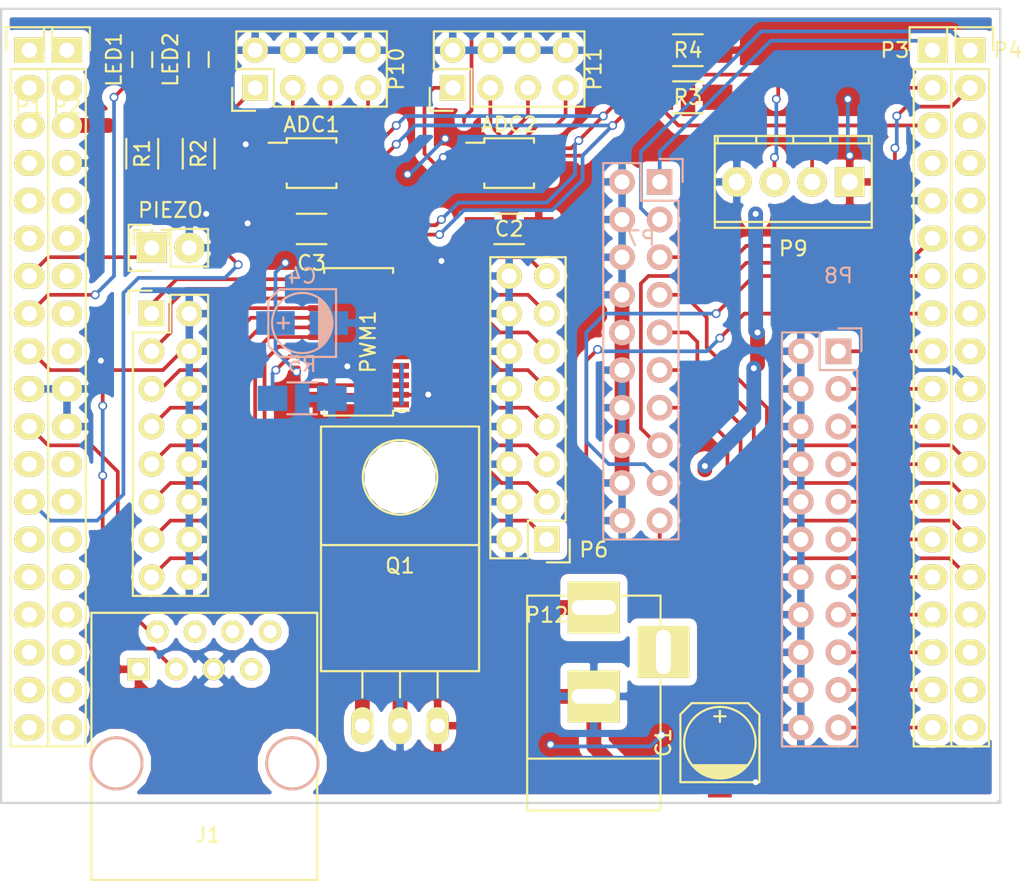
<source format=kicad_pcb>
(kicad_pcb (version 4) (host pcbnew 4.0.0-rc2-stable)
  (layers (0 F.Cu signal) (31 B.Cu signal) (34 B.Paste user) (35 F.Paste user) (36 B.SilkS user) (37 F.SilkS user) (38 B.Mask user) (39 F.Mask user) (44 Edge.Cuts user))
  (net 0 "")
  (net 1 GND)
  (net 2 "Net-(ADC1-Pad2)")
  (net 3 /I2C_Bus/AIN0_0)
  (net 4 /I2C_Bus/AIN0_1)
  (net 5 /I2C_Bus/AIN0_2)
  (net 6 /I2C_Bus/AIN0_3)
  (net 7 +5V)
  (net 8 /I2C_Bus/SDA)
  (net 9 /I2C_Bus/SCL)
  (net 10 "Net-(ADC2-Pad2)")
  (net 11 /I2C_Bus/AIN1_0)
  (net 12 /I2C_Bus/AIN1_1)
  (net 13 /I2C_Bus/AIN1_2)
  (net 14 /I2C_Bus/AIN1_3)
  (net 15 "Net-(D1-Pad1)")
  (net 16 /PA_14)
  (net 17 "Net-(D2-Pad1)")
  (net 18 /PC_14)
  (net 19 /PB_7)
  (net 20 /PA_15)
  (net 21 "Net-(J1-Pad4)")
  (net 22 "Net-(J1-Pad8)")
  (net 23 "Net-(J1-Pad7)")
  (net 24 "Net-(J1-Pad6)")
  (net 25 /PC_10)
  (net 26 /PC_12)
  (net 27 /3.3V)
  (net 28 /BOOT0)
  (net 29 "Net-(P1-Pad5)")
  (net 30 "Net-(P1-Pad6)")
  (net 31 /PA_13)
  (net 32 /PC_13)
  (net 33 /PC_15)
  (net 34 /PH_0)
  (net 35 /PH_1)
  (net 36 /VBAT)
  (net 37 /PC_2)
  (net 38 /PC_3)
  (net 39 /PC_11)
  (net 40 /PD_2)
  (net 41 /E5V)
  (net 42 "Net-(P2-Pad5)")
  (net 43 /IOREF)
  (net 44 /NRST)
  (net 45 /3V3)
  (net 46 /5V)
  (net 47 /VIN)
  (net 48 "Net-(P2-Pad13)")
  (net 49 /PA_0)
  (net 50 /PA_1)
  (net 51 /PA_4)
  (net 52 /PB_0)
  (net 53 /PC_1)
  (net 54 /PC_0)
  (net 55 /PC_9)
  (net 56 /AVDD)
  (net 57 /PA_5)
  (net 58 /PA_6)
  (net 59 /PA_7)
  (net 60 /PB_6)
  (net 61 /PC_7)
  (net 62 /PA_9)
  (net 63 /PA_8)
  (net 64 /PB_10)
  (net 65 /PB_4)
  (net 66 /PB_5)
  (net 67 /PB_3)
  (net 68 /PA_10)
  (net 69 /PA_2)
  (net 70 /PA_3)
  (net 71 /PC_8)
  (net 72 /PC_6)
  (net 73 /PC_5)
  (net 74 /U5V)
  (net 75 "Net-(P4-Pad5)")
  (net 76 /RX6)
  (net 77 /TX6)
  (net 78 /PB_12)
  (net 79 "Net-(P4-Pad9)")
  (net 80 /PB_2)
  (net 81 /PB_1)
  (net 82 /PB_15)
  (net 83 /PB_14)
  (net 84 /PB_13)
  (net 85 /AGND)
  (net 86 /PC_4)
  (net 87 "Net-(P4-Pad18)")
  (net 88 "Net-(P4-Pad19)")
  (net 89 /I2C_Bus/PWM0)
  (net 90 /I2C_Bus/PWM1)
  (net 91 /I2C_Bus/PWM2)
  (net 92 /I2C_Bus/PWM3)
  (net 93 /I2C_Bus/PWM4)
  (net 94 /I2C_Bus/PWM5)
  (net 95 /I2C_Bus/PWM6)
  (net 96 /I2C_Bus/PWM7)
  (net 97 /I2C_Bus/PWM8)
  (net 98 /I2C_Bus/PWM9)
  (net 99 /I2C_Bus/PWM10)
  (net 100 /I2C_Bus/PWM11)
  (net 101 /I2C_Bus/PWM12)
  (net 102 /I2C_Bus/PWM13)
  (net 103 /I2C_Bus/PWM14)
  (net 104 /I2C_Bus/PWM15)
  (net 105 "Net-(PWM1-Pad23)")
  (net 106 "Net-(P6-Pad1)")
  (module Connect:RJ45_8 (layer F.Cu) (at 137.541 88.773)
    (fp_text reference J1 (at 0.254 4.826) (layer F.SilkS))
    (fp_text value DB9)
    (pad Hole np_thru_hole circle (at 5.93852 0) (size 3.64998 3.64998) (drill 3.2512) (layers *.Cu *.SilkS *.Mask))
    (pad Hole np_thru_hole circle (at -5.9309 0) (size 3.64998 3.64998) (drill 3.2512) (layers *.Cu *.SilkS *.Mask))
    (pad 1 thru_hole rect (at -4.445 -6.35) (size 1.50114 1.50114) (drill 0.89916) (layers *.Cu *.Mask F.SilkS) (net 7 +5V))
    (pad 2 thru_hole circle (at -3.175 -8.89) (size 1.50114 1.50114) (drill 0.89916) (layers *.Cu *.Mask F.SilkS) (net 19 /PB_7))
    (pad 3 thru_hole circle (at -1.905 -6.35) (size 1.50114 1.50114) (drill 0.89916) (layers *.Cu *.Mask F.SilkS) (net 20 /PA_15))
    (pad 4 thru_hole circle (at -0.635 -8.89) (size 1.50114 1.50114) (drill 0.89916) (layers *.Cu *.Mask F.SilkS) (net 21 "Net-(J1-Pad4)"))
    (pad 5 thru_hole circle (at 0.635 -6.35) (size 1.50114 1.50114) (drill 0.89916) (layers *.Cu *.Mask F.SilkS) (net 1 GND))
    (pad 6 thru_hole circle (at 1.905 -8.89) (size 1.50114 1.50114) (drill 0.89916) (layers *.Cu *.Mask F.SilkS) (net 24 "Net-(J1-Pad6)"))
    (pad 7 thru_hole circle (at 3.175 -6.35) (size 1.50114 1.50114) (drill 0.89916) (layers *.Cu *.Mask F.SilkS) (net 23 "Net-(J1-Pad7)"))
    (pad 8 thru_hole circle (at 4.445 -8.89) (size 1.50114 1.50114) (drill 0.89916) (layers *.Cu *.Mask F.SilkS) (net 22 "Net-(J1-Pad8)"))
  )
  (module Housings_SSOP:MSOP-10_3x3mm_Pitch0.5mm (layer F.Cu) (at 144.78 48.26)
    (fp_text reference ADC1 (at 0 -2.6) (layer F.SilkS))
    (fp_text value ADS1015)
    (pad 1 smd rect (at -2.2 -1) (size 1.4 0.3) (layers F.Cu F.Paste F.Mask) (net 1 GND))
    (pad 2 smd rect (at -2.2 -0.5) (size 1.4 0.3) (layers F.Cu F.Paste F.Mask) (net 2 "Net-(ADC1-Pad2)"))
    (pad 3 smd rect (at -2.2 0) (size 1.4 0.3) (layers F.Cu F.Paste F.Mask) (net 1 GND))
    (pad 4 smd rect (at -2.2 0.5) (size 1.4 0.3) (layers F.Cu F.Paste F.Mask) (net 3 /I2C_Bus/AIN0_0))
    (pad 5 smd rect (at -2.2 1) (size 1.4 0.3) (layers F.Cu F.Paste F.Mask) (net 4 /I2C_Bus/AIN0_1))
    (pad 6 smd rect (at 2.2 1) (size 1.4 0.3) (layers F.Cu F.Paste F.Mask) (net 5 /I2C_Bus/AIN0_2))
    (pad 7 smd rect (at 2.2 0.5) (size 1.4 0.3) (layers F.Cu F.Paste F.Mask) (net 6 /I2C_Bus/AIN0_3))
    (pad 8 smd rect (at 2.2 0) (size 1.4 0.3) (layers F.Cu F.Paste F.Mask) (net 7 +5V))
    (pad 9 smd rect (at 2.2 -0.5) (size 1.4 0.3) (layers F.Cu F.Paste F.Mask) (net 8 /I2C_Bus/SDA))
    (pad 10 smd rect (at 2.2 -1) (size 1.4 0.3) (layers F.Cu F.Paste F.Mask) (net 9 /I2C_Bus/SCL))
  )
  (module Housings_SSOP:MSOP-10_3x3mm_Pitch0.5mm (layer F.Cu) (at 158.115 48.26)
    (fp_text reference ADC2 (at 0 -2.6) (layer F.SilkS))
    (fp_text value ADS1015)
    (pad 1 smd rect (at -2.2 -1) (size 1.4 0.3) (layers F.Cu F.Paste F.Mask) (net 7 +5V))
    (pad 2 smd rect (at -2.2 -0.5) (size 1.4 0.3) (layers F.Cu F.Paste F.Mask) (net 10 "Net-(ADC2-Pad2)"))
    (pad 3 smd rect (at -2.2 0) (size 1.4 0.3) (layers F.Cu F.Paste F.Mask) (net 1 GND))
    (pad 4 smd rect (at -2.2 0.5) (size 1.4 0.3) (layers F.Cu F.Paste F.Mask) (net 11 /I2C_Bus/AIN1_0))
    (pad 5 smd rect (at -2.2 1) (size 1.4 0.3) (layers F.Cu F.Paste F.Mask) (net 12 /I2C_Bus/AIN1_1))
    (pad 6 smd rect (at 2.2 1) (size 1.4 0.3) (layers F.Cu F.Paste F.Mask) (net 13 /I2C_Bus/AIN1_2))
    (pad 7 smd rect (at 2.2 0.5) (size 1.4 0.3) (layers F.Cu F.Paste F.Mask) (net 14 /I2C_Bus/AIN1_3))
    (pad 8 smd rect (at 2.2 0) (size 1.4 0.3) (layers F.Cu F.Paste F.Mask) (net 7 +5V))
    (pad 9 smd rect (at 2.2 -0.5) (size 1.4 0.3) (layers F.Cu F.Paste F.Mask) (net 8 /I2C_Bus/SDA))
    (pad 10 smd rect (at 2.2 -1) (size 1.4 0.3) (layers F.Cu F.Paste F.Mask) (net 9 /I2C_Bus/SCL))
  )
  (module Resistors_SMD:R_0603_HandSoldering (layer F.Cu) (at 133.35 41.275 270)
    (fp_text reference LED1 (at 0 1.905 270) (layer F.SilkS))
    (fp_text value StatusLED1 hide)
    (pad 1 smd rect (at -1.1 0 270) (size 1.2 0.9) (layers F.Cu F.Paste F.Mask) (net 15 "Net-(D1-Pad1)"))
    (pad 2 smd rect (at 1.1 0 270) (size 1.2 0.9) (layers F.Cu F.Paste F.Mask) (net 16 /PA_14))
  )
  (module Resistors_SMD:R_0603_HandSoldering (layer F.Cu) (at 137.16 41.275 270)
    (fp_text reference LED2 (at 0 1.905 270) (layer F.SilkS))
    (fp_text value StatusLED2 hide)
    (pad 1 smd rect (at -1.1 0 270) (size 1.2 0.9) (layers F.Cu F.Paste F.Mask) (net 17 "Net-(D2-Pad1)"))
    (pad 2 smd rect (at 1.1 0 270) (size 1.2 0.9) (layers F.Cu F.Paste F.Mask) (net 18 /PC_14))
  )
  (module Pin_Headers:Pin_Header_Straight_1x19 (layer F.Cu) (at 125.73 40.64)
    (fp_text reference P1 (at 0 3.81) (layer F.SilkS))
    (fp_text value CONN_01X19 hide)
    (pad 1 thru_hole rect (at 0 0) (size 2.032 1.7272) (drill 1.016) (layers *.Cu *.Mask F.SilkS) (net 25 /PC_10))
    (pad 2 thru_hole oval (at 0 2.54) (size 2.032 1.7272) (drill 1.016) (layers *.Cu *.Mask F.SilkS) (net 26 /PC_12))
    (pad 3 thru_hole oval (at 0 5.08) (size 2.032 1.7272) (drill 1.016) (layers *.Cu *.Mask F.SilkS) (net 27 /3.3V))
    (pad 4 thru_hole oval (at 0 7.62) (size 2.032 1.7272) (drill 1.016) (layers *.Cu *.Mask F.SilkS) (net 28 /BOOT0))
    (pad 5 thru_hole oval (at 0 10.16) (size 2.032 1.7272) (drill 1.016) (layers *.Cu *.Mask F.SilkS) (net 29 "Net-(P1-Pad5)"))
    (pad 6 thru_hole oval (at 0 12.7) (size 2.032 1.7272) (drill 1.016) (layers *.Cu *.Mask F.SilkS) (net 30 "Net-(P1-Pad6)"))
    (pad 7 thru_hole oval (at 0 15.24) (size 2.032 1.7272) (drill 1.016) (layers *.Cu *.Mask F.SilkS) (net 31 /PA_13))
    (pad 8 thru_hole oval (at 0 17.78) (size 2.032 1.7272) (drill 1.016) (layers *.Cu *.Mask F.SilkS) (net 16 /PA_14))
    (pad 9 thru_hole oval (at 0 20.32) (size 2.032 1.7272) (drill 1.016) (layers *.Cu *.Mask F.SilkS) (net 20 /PA_15))
    (pad 10 thru_hole oval (at 0 22.86) (size 2.032 1.7272) (drill 1.016) (layers *.Cu *.Mask F.SilkS) (net 1 GND))
    (pad 11 thru_hole oval (at 0 25.4) (size 2.032 1.7272) (drill 1.016) (layers *.Cu *.Mask F.SilkS) (net 19 /PB_7))
    (pad 12 thru_hole oval (at 0 27.94) (size 2.032 1.7272) (drill 1.016) (layers *.Cu *.Mask F.SilkS) (net 32 /PC_13))
    (pad 13 thru_hole oval (at 0 30.48) (size 2.032 1.7272) (drill 1.016) (layers *.Cu *.Mask F.SilkS) (net 18 /PC_14))
    (pad 14 thru_hole oval (at 0 33.02) (size 2.032 1.7272) (drill 1.016) (layers *.Cu *.Mask F.SilkS) (net 33 /PC_15))
    (pad 15 thru_hole oval (at 0 35.56) (size 2.032 1.7272) (drill 1.016) (layers *.Cu *.Mask F.SilkS) (net 34 /PH_0))
    (pad 16 thru_hole oval (at 0 38.1) (size 2.032 1.7272) (drill 1.016) (layers *.Cu *.Mask F.SilkS) (net 35 /PH_1))
    (pad 17 thru_hole oval (at 0 40.64) (size 2.032 1.7272) (drill 1.016) (layers *.Cu *.Mask F.SilkS) (net 36 /VBAT))
    (pad 18 thru_hole oval (at 0 43.18) (size 2.032 1.7272) (drill 1.016) (layers *.Cu *.Mask F.SilkS) (net 37 /PC_2))
    (pad 19 thru_hole oval (at 0 45.72) (size 2.032 1.7272) (drill 1.016) (layers *.Cu *.Mask F.SilkS) (net 38 /PC_3))
  )
  (module Pin_Headers:Pin_Header_Straight_1x19 (layer F.Cu) (at 128.27 40.64)
    (fp_text reference P2 (at 0 3.81) (layer F.SilkS))
    (fp_text value CONN_01X19 hide)
    (pad 1 thru_hole rect (at 0 0) (size 2.032 1.7272) (drill 1.016) (layers *.Cu *.Mask F.SilkS) (net 39 /PC_11))
    (pad 2 thru_hole oval (at 0 2.54) (size 2.032 1.7272) (drill 1.016) (layers *.Cu *.Mask F.SilkS) (net 40 /PD_2))
    (pad 3 thru_hole oval (at 0 5.08) (size 2.032 1.7272) (drill 1.016) (layers *.Cu *.Mask F.SilkS) (net 41 /E5V))
    (pad 4 thru_hole oval (at 0 7.62) (size 2.032 1.7272) (drill 1.016) (layers *.Cu *.Mask F.SilkS) (net 1 GND))
    (pad 5 thru_hole oval (at 0 10.16) (size 2.032 1.7272) (drill 1.016) (layers *.Cu *.Mask F.SilkS) (net 42 "Net-(P2-Pad5)"))
    (pad 6 thru_hole oval (at 0 12.7) (size 2.032 1.7272) (drill 1.016) (layers *.Cu *.Mask F.SilkS) (net 43 /IOREF))
    (pad 7 thru_hole oval (at 0 15.24) (size 2.032 1.7272) (drill 1.016) (layers *.Cu *.Mask F.SilkS) (net 44 /NRST))
    (pad 8 thru_hole oval (at 0 17.78) (size 2.032 1.7272) (drill 1.016) (layers *.Cu *.Mask F.SilkS) (net 45 /3V3))
    (pad 9 thru_hole oval (at 0 20.32) (size 2.032 1.7272) (drill 1.016) (layers *.Cu *.Mask F.SilkS) (net 46 /5V))
    (pad 10 thru_hole oval (at 0 22.86) (size 2.032 1.7272) (drill 1.016) (layers *.Cu *.Mask F.SilkS) (net 1 GND))
    (pad 11 thru_hole oval (at 0 25.4) (size 2.032 1.7272) (drill 1.016) (layers *.Cu *.Mask F.SilkS) (net 1 GND))
    (pad 12 thru_hole oval (at 0 27.94) (size 2.032 1.7272) (drill 1.016) (layers *.Cu *.Mask F.SilkS) (net 47 /VIN))
    (pad 13 thru_hole oval (at 0 30.48) (size 2.032 1.7272) (drill 1.016) (layers *.Cu *.Mask F.SilkS) (net 48 "Net-(P2-Pad13)"))
    (pad 14 thru_hole oval (at 0 33.02) (size 2.032 1.7272) (drill 1.016) (layers *.Cu *.Mask F.SilkS) (net 49 /PA_0))
    (pad 15 thru_hole oval (at 0 35.56) (size 2.032 1.7272) (drill 1.016) (layers *.Cu *.Mask F.SilkS) (net 50 /PA_1))
    (pad 16 thru_hole oval (at 0 38.1) (size 2.032 1.7272) (drill 1.016) (layers *.Cu *.Mask F.SilkS) (net 51 /PA_4))
    (pad 17 thru_hole oval (at 0 40.64) (size 2.032 1.7272) (drill 1.016) (layers *.Cu *.Mask F.SilkS) (net 52 /PB_0))
    (pad 18 thru_hole oval (at 0 43.18) (size 2.032 1.7272) (drill 1.016) (layers *.Cu *.Mask F.SilkS) (net 53 /PC_1))
    (pad 19 thru_hole oval (at 0 45.72) (size 2.032 1.7272) (drill 1.016) (layers *.Cu *.Mask F.SilkS) (net 54 /PC_0))
  )
  (module Pin_Headers:Pin_Header_Straight_1x19 (layer F.Cu) (at 186.69 40.64)
    (fp_text reference P3 (at -2.54 0) (layer F.SilkS))
    (fp_text value CONN_01X19 hide)
    (pad 1 thru_hole rect (at 0 0) (size 2.032 1.7272) (drill 1.016) (layers *.Cu *.Mask F.SilkS) (net 55 /PC_9))
    (pad 2 thru_hole oval (at 0 2.54) (size 2.032 1.7272) (drill 1.016) (layers *.Cu *.Mask F.SilkS) (net 9 /I2C_Bus/SCL))
    (pad 3 thru_hole oval (at 0 5.08) (size 2.032 1.7272) (drill 1.016) (layers *.Cu *.Mask F.SilkS) (net 8 /I2C_Bus/SDA))
    (pad 4 thru_hole oval (at 0 7.62) (size 2.032 1.7272) (drill 1.016) (layers *.Cu *.Mask F.SilkS) (net 56 /AVDD))
    (pad 5 thru_hole oval (at 0 10.16) (size 2.032 1.7272) (drill 1.016) (layers *.Cu *.Mask F.SilkS) (net 1 GND))
    (pad 6 thru_hole oval (at 0 12.7) (size 2.032 1.7272) (drill 1.016) (layers *.Cu *.Mask F.SilkS) (net 57 /PA_5))
    (pad 7 thru_hole oval (at 0 15.24) (size 2.032 1.7272) (drill 1.016) (layers *.Cu *.Mask F.SilkS) (net 58 /PA_6))
    (pad 8 thru_hole oval (at 0 17.78) (size 2.032 1.7272) (drill 1.016) (layers *.Cu *.Mask F.SilkS) (net 59 /PA_7))
    (pad 9 thru_hole oval (at 0 20.32) (size 2.032 1.7272) (drill 1.016) (layers *.Cu *.Mask F.SilkS) (net 60 /PB_6))
    (pad 10 thru_hole oval (at 0 22.86) (size 2.032 1.7272) (drill 1.016) (layers *.Cu *.Mask F.SilkS) (net 61 /PC_7))
    (pad 11 thru_hole oval (at 0 25.4) (size 2.032 1.7272) (drill 1.016) (layers *.Cu *.Mask F.SilkS) (net 62 /PA_9))
    (pad 12 thru_hole oval (at 0 27.94) (size 2.032 1.7272) (drill 1.016) (layers *.Cu *.Mask F.SilkS) (net 63 /PA_8))
    (pad 13 thru_hole oval (at 0 30.48) (size 2.032 1.7272) (drill 1.016) (layers *.Cu *.Mask F.SilkS) (net 64 /PB_10))
    (pad 14 thru_hole oval (at 0 33.02) (size 2.032 1.7272) (drill 1.016) (layers *.Cu *.Mask F.SilkS) (net 65 /PB_4))
    (pad 15 thru_hole oval (at 0 35.56) (size 2.032 1.7272) (drill 1.016) (layers *.Cu *.Mask F.SilkS) (net 66 /PB_5))
    (pad 16 thru_hole oval (at 0 38.1) (size 2.032 1.7272) (drill 1.016) (layers *.Cu *.Mask F.SilkS) (net 67 /PB_3))
    (pad 17 thru_hole oval (at 0 40.64) (size 2.032 1.7272) (drill 1.016) (layers *.Cu *.Mask F.SilkS) (net 68 /PA_10))
    (pad 18 thru_hole oval (at 0 43.18) (size 2.032 1.7272) (drill 1.016) (layers *.Cu *.Mask F.SilkS) (net 69 /PA_2))
    (pad 19 thru_hole oval (at 0 45.72) (size 2.032 1.7272) (drill 1.016) (layers *.Cu *.Mask F.SilkS) (net 70 /PA_3))
  )
  (module Pin_Headers:Pin_Header_Straight_1x19 (layer F.Cu) (at 189.23 40.64)
    (fp_text reference P4 (at 2.54 0) (layer F.SilkS))
    (fp_text value CONN_01X19 hide)
    (pad 1 thru_hole rect (at 0 0) (size 2.032 1.7272) (drill 1.016) (layers *.Cu *.Mask F.SilkS) (net 71 /PC_8))
    (pad 2 thru_hole oval (at 0 2.54) (size 2.032 1.7272) (drill 1.016) (layers *.Cu *.Mask F.SilkS) (net 72 /PC_6))
    (pad 3 thru_hole oval (at 0 5.08) (size 2.032 1.7272) (drill 1.016) (layers *.Cu *.Mask F.SilkS) (net 73 /PC_5))
    (pad 4 thru_hole oval (at 0 7.62) (size 2.032 1.7272) (drill 1.016) (layers *.Cu *.Mask F.SilkS) (net 74 /U5V))
    (pad 5 thru_hole oval (at 0 10.16) (size 2.032 1.7272) (drill 1.016) (layers *.Cu *.Mask F.SilkS) (net 75 "Net-(P4-Pad5)"))
    (pad 6 thru_hole oval (at 0 12.7) (size 2.032 1.7272) (drill 1.016) (layers *.Cu *.Mask F.SilkS) (net 76 /RX6))
    (pad 7 thru_hole oval (at 0 15.24) (size 2.032 1.7272) (drill 1.016) (layers *.Cu *.Mask F.SilkS) (net 77 /TX6))
    (pad 8 thru_hole oval (at 0 17.78) (size 2.032 1.7272) (drill 1.016) (layers *.Cu *.Mask F.SilkS) (net 78 /PB_12))
    (pad 9 thru_hole oval (at 0 20.32) (size 2.032 1.7272) (drill 1.016) (layers *.Cu *.Mask F.SilkS) (net 79 "Net-(P4-Pad9)"))
    (pad 10 thru_hole oval (at 0 22.86) (size 2.032 1.7272) (drill 1.016) (layers *.Cu *.Mask F.SilkS) (net 1 GND))
    (pad 11 thru_hole oval (at 0 25.4) (size 2.032 1.7272) (drill 1.016) (layers *.Cu *.Mask F.SilkS) (net 80 /PB_2))
    (pad 12 thru_hole oval (at 0 27.94) (size 2.032 1.7272) (drill 1.016) (layers *.Cu *.Mask F.SilkS) (net 81 /PB_1))
    (pad 13 thru_hole oval (at 0 30.48) (size 2.032 1.7272) (drill 1.016) (layers *.Cu *.Mask F.SilkS) (net 82 /PB_15))
    (pad 14 thru_hole oval (at 0 33.02) (size 2.032 1.7272) (drill 1.016) (layers *.Cu *.Mask F.SilkS) (net 83 /PB_14))
    (pad 15 thru_hole oval (at 0 35.56) (size 2.032 1.7272) (drill 1.016) (layers *.Cu *.Mask F.SilkS) (net 84 /PB_13))
    (pad 16 thru_hole oval (at 0 38.1) (size 2.032 1.7272) (drill 1.016) (layers *.Cu *.Mask F.SilkS) (net 85 /AGND))
    (pad 17 thru_hole oval (at 0 40.64) (size 2.032 1.7272) (drill 1.016) (layers *.Cu *.Mask F.SilkS) (net 86 /PC_4))
    (pad 18 thru_hole oval (at 0 43.18) (size 2.032 1.7272) (drill 1.016) (layers *.Cu *.Mask F.SilkS) (net 87 "Net-(P4-Pad18)"))
    (pad 19 thru_hole oval (at 0 45.72) (size 2.032 1.7272) (drill 1.016) (layers *.Cu *.Mask F.SilkS) (net 88 "Net-(P4-Pad19)"))
  )
  (module Connect:BARREL_JACK (layer F.Cu) (at 163.83 84.455 90)
    (fp_text reference P6 (at 10.09904 0 180) (layer F.SilkS))
    (fp_text value CONN_01X02)
    (pad 1 thru_hole rect (at 6.20014 0 90) (size 3.50012 3.50012) (drill oval 1.00076 2.99974) (layers *.Cu *.Mask F.SilkS) (net 106 "Net-(P6-Pad1)"))
    (pad 2 thru_hole rect (at 0.20066 0 90) (size 3.50012 3.50012) (drill oval 1.00076 2.99974) (layers *.Cu *.Mask F.SilkS) (net 1 GND))
    (pad 3 thru_hole rect (at 3.2004 4.699 90) (size 3.50012 3.50012) (drill oval 2.99974 1.00076) (layers *.Cu *.Mask F.SilkS))
  )
  (module Pin_Headers:Pin_Header_Straight_2x10 (layer B.Cu) (at 168.275 49.53 180)
    (fp_text reference P7 (at 1.27 -3.81 180) (layer B.SilkS) (effects (justify mirror)))
    (fp_text value CONN_02X10 hide)
    (pad 1 thru_hole rect (at 0 0 180) (size 1.7272 1.7272) (drill 1.016) (layers *.Cu *.Mask B.SilkS) (net 55 /PC_9))
    (pad 2 thru_hole oval (at 2.54 0 180) (size 1.7272 1.7272) (drill 1.016) (layers *.Cu *.Mask B.SilkS) (net 1 GND))
    (pad 3 thru_hole oval (at 0 -2.54 180) (size 1.7272 1.7272) (drill 1.016) (layers *.Cu *.Mask B.SilkS) (net 71 /PC_8))
    (pad 4 thru_hole oval (at 2.54 -2.54 180) (size 1.7272 1.7272) (drill 1.016) (layers *.Cu *.Mask B.SilkS) (net 1 GND))
    (pad 5 thru_hole oval (at 0 -5.08 180) (size 1.7272 1.7272) (drill 1.016) (layers *.Cu *.Mask B.SilkS) (net 72 /PC_6))
    (pad 6 thru_hole oval (at 2.54 -5.08 180) (size 1.7272 1.7272) (drill 1.016) (layers *.Cu *.Mask B.SilkS) (net 1 GND))
    (pad 7 thru_hole oval (at 0 -7.62 180) (size 1.7272 1.7272) (drill 1.016) (layers *.Cu *.Mask B.SilkS) (net 81 /PB_1))
    (pad 8 thru_hole oval (at 2.54 -7.62 180) (size 1.7272 1.7272) (drill 1.016) (layers *.Cu *.Mask B.SilkS) (net 1 GND))
    (pad 9 thru_hole oval (at 0 -10.16 180) (size 1.7272 1.7272) (drill 1.016) (layers *.Cu *.Mask B.SilkS) (net 82 /PB_15))
    (pad 10 thru_hole oval (at 2.54 -10.16 180) (size 1.7272 1.7272) (drill 1.016) (layers *.Cu *.Mask B.SilkS) (net 1 GND))
    (pad 11 thru_hole oval (at 0 -12.7 180) (size 1.7272 1.7272) (drill 1.016) (layers *.Cu *.Mask B.SilkS) (net 83 /PB_14))
    (pad 12 thru_hole oval (at 2.54 -12.7 180) (size 1.7272 1.7272) (drill 1.016) (layers *.Cu *.Mask B.SilkS) (net 1 GND))
    (pad 13 thru_hole oval (at 0 -15.24 180) (size 1.7272 1.7272) (drill 1.016) (layers *.Cu *.Mask B.SilkS) (net 84 /PB_13))
    (pad 14 thru_hole oval (at 2.54 -15.24 180) (size 1.7272 1.7272) (drill 1.016) (layers *.Cu *.Mask B.SilkS) (net 1 GND))
    (pad 15 thru_hole oval (at 0 -17.78 180) (size 1.7272 1.7272) (drill 1.016) (layers *.Cu *.Mask B.SilkS) (net 57 /PA_5))
    (pad 16 thru_hole oval (at 2.54 -17.78 180) (size 1.7272 1.7272) (drill 1.016) (layers *.Cu *.Mask B.SilkS) (net 1 GND))
    (pad 17 thru_hole oval (at 0 -20.32 180) (size 1.7272 1.7272) (drill 1.016) (layers *.Cu *.Mask B.SilkS) (net 58 /PA_6))
    (pad 18 thru_hole oval (at 2.54 -20.32 180) (size 1.7272 1.7272) (drill 1.016) (layers *.Cu *.Mask B.SilkS) (net 1 GND))
    (pad 19 thru_hole oval (at 0 -22.86 180) (size 1.7272 1.7272) (drill 1.016) (layers *.Cu *.Mask B.SilkS) (net 59 /PA_7))
    (pad 20 thru_hole oval (at 2.54 -22.86 180) (size 1.7272 1.7272) (drill 1.016) (layers *.Cu *.Mask B.SilkS) (net 1 GND))
  )
  (module Pin_Headers:Pin_Header_Straight_2x11 (layer B.Cu) (at 180.34 60.96 180)
    (fp_text reference P8 (at 0 5.1 180) (layer B.SilkS) (effects (justify mirror)))
    (fp_text value CONN_02X11 hide)
    (pad 1 thru_hole rect (at 0 0 180) (size 1.7272 1.7272) (drill 1.016) (layers *.Cu *.Mask B.SilkS) (net 60 /PB_6))
    (pad 2 thru_hole oval (at 2.54 0 180) (size 1.7272 1.7272) (drill 1.016) (layers *.Cu *.Mask B.SilkS) (net 1 GND))
    (pad 3 thru_hole oval (at 0 -2.54 180) (size 1.7272 1.7272) (drill 1.016) (layers *.Cu *.Mask B.SilkS) (net 61 /PC_7))
    (pad 4 thru_hole oval (at 2.54 -2.54 180) (size 1.7272 1.7272) (drill 1.016) (layers *.Cu *.Mask B.SilkS) (net 1 GND))
    (pad 5 thru_hole oval (at 0 -5.08 180) (size 1.7272 1.7272) (drill 1.016) (layers *.Cu *.Mask B.SilkS) (net 62 /PA_9))
    (pad 6 thru_hole oval (at 2.54 -5.08 180) (size 1.7272 1.7272) (drill 1.016) (layers *.Cu *.Mask B.SilkS) (net 1 GND))
    (pad 7 thru_hole oval (at 0 -7.62 180) (size 1.7272 1.7272) (drill 1.016) (layers *.Cu *.Mask B.SilkS) (net 63 /PA_8))
    (pad 8 thru_hole oval (at 2.54 -7.62 180) (size 1.7272 1.7272) (drill 1.016) (layers *.Cu *.Mask B.SilkS) (net 1 GND))
    (pad 9 thru_hole oval (at 0 -10.16 180) (size 1.7272 1.7272) (drill 1.016) (layers *.Cu *.Mask B.SilkS) (net 64 /PB_10))
    (pad 10 thru_hole oval (at 2.54 -10.16 180) (size 1.7272 1.7272) (drill 1.016) (layers *.Cu *.Mask B.SilkS) (net 1 GND))
    (pad 11 thru_hole oval (at 0 -12.7 180) (size 1.7272 1.7272) (drill 1.016) (layers *.Cu *.Mask B.SilkS) (net 65 /PB_4))
    (pad 12 thru_hole oval (at 2.54 -12.7 180) (size 1.7272 1.7272) (drill 1.016) (layers *.Cu *.Mask B.SilkS) (net 1 GND))
    (pad 13 thru_hole oval (at 0 -15.24 180) (size 1.7272 1.7272) (drill 1.016) (layers *.Cu *.Mask B.SilkS) (net 66 /PB_5))
    (pad 14 thru_hole oval (at 2.54 -15.24 180) (size 1.7272 1.7272) (drill 1.016) (layers *.Cu *.Mask B.SilkS) (net 1 GND))
    (pad 15 thru_hole oval (at 0 -17.78 180) (size 1.7272 1.7272) (drill 1.016) (layers *.Cu *.Mask B.SilkS) (net 67 /PB_3))
    (pad 16 thru_hole oval (at 2.54 -17.78 180) (size 1.7272 1.7272) (drill 1.016) (layers *.Cu *.Mask B.SilkS) (net 1 GND))
    (pad 17 thru_hole oval (at 0 -20.32 180) (size 1.7272 1.7272) (drill 1.016) (layers *.Cu *.Mask B.SilkS) (net 68 /PA_10))
    (pad 18 thru_hole oval (at 2.54 -20.32 180) (size 1.7272 1.7272) (drill 1.016) (layers *.Cu *.Mask B.SilkS) (net 1 GND))
    (pad 19 thru_hole oval (at 0 -22.86 180) (size 1.7272 1.7272) (drill 1.016) (layers *.Cu *.Mask B.SilkS) (net 69 /PA_2))
    (pad 20 thru_hole oval (at 2.54 -22.86 180) (size 1.7272 1.7272) (drill 1.016) (layers *.Cu *.Mask B.SilkS) (net 1 GND))
    (pad 21 thru_hole oval (at 0 -25.4 180) (size 1.7272 1.7272) (drill 1.016) (layers *.Cu *.Mask B.SilkS) (net 70 /PA_3))
    (pad 22 thru_hole oval (at 2.54 -25.4 180) (size 1.7272 1.7272) (drill 1.016) (layers *.Cu *.Mask B.SilkS) (net 1 GND))
  )
  (module Pin_Headers:Pin_Header_Straight_2x08 (layer F.Cu) (at 160.655 73.66 180)
    (fp_text reference P12 (at 0 -5.1 180) (layer F.SilkS))
    (fp_text value CONN_02X08 hide)
    (pad 1 thru_hole rect (at 0 0 180) (size 1.7272 1.7272) (drill 1.016) (layers *.Cu *.Mask F.SilkS) (net 89 /I2C_Bus/PWM0))
    (pad 2 thru_hole oval (at 2.54 0 180) (size 1.7272 1.7272) (drill 1.016) (layers *.Cu *.Mask F.SilkS) (net 1 GND))
    (pad 3 thru_hole oval (at 0 2.54 180) (size 1.7272 1.7272) (drill 1.016) (layers *.Cu *.Mask F.SilkS) (net 90 /I2C_Bus/PWM1))
    (pad 4 thru_hole oval (at 2.54 2.54 180) (size 1.7272 1.7272) (drill 1.016) (layers *.Cu *.Mask F.SilkS) (net 1 GND))
    (pad 5 thru_hole oval (at 0 5.08 180) (size 1.7272 1.7272) (drill 1.016) (layers *.Cu *.Mask F.SilkS) (net 91 /I2C_Bus/PWM2))
    (pad 6 thru_hole oval (at 2.54 5.08 180) (size 1.7272 1.7272) (drill 1.016) (layers *.Cu *.Mask F.SilkS) (net 1 GND))
    (pad 7 thru_hole oval (at 0 7.62 180) (size 1.7272 1.7272) (drill 1.016) (layers *.Cu *.Mask F.SilkS) (net 92 /I2C_Bus/PWM3))
    (pad 8 thru_hole oval (at 2.54 7.62 180) (size 1.7272 1.7272) (drill 1.016) (layers *.Cu *.Mask F.SilkS) (net 1 GND))
    (pad 9 thru_hole oval (at 0 10.16 180) (size 1.7272 1.7272) (drill 1.016) (layers *.Cu *.Mask F.SilkS) (net 93 /I2C_Bus/PWM4))
    (pad 10 thru_hole oval (at 2.54 10.16 180) (size 1.7272 1.7272) (drill 1.016) (layers *.Cu *.Mask F.SilkS) (net 1 GND))
    (pad 11 thru_hole oval (at 0 12.7 180) (size 1.7272 1.7272) (drill 1.016) (layers *.Cu *.Mask F.SilkS) (net 94 /I2C_Bus/PWM5))
    (pad 12 thru_hole oval (at 2.54 12.7 180) (size 1.7272 1.7272) (drill 1.016) (layers *.Cu *.Mask F.SilkS) (net 1 GND))
    (pad 13 thru_hole oval (at 0 15.24 180) (size 1.7272 1.7272) (drill 1.016) (layers *.Cu *.Mask F.SilkS) (net 95 /I2C_Bus/PWM6))
    (pad 14 thru_hole oval (at 2.54 15.24 180) (size 1.7272 1.7272) (drill 1.016) (layers *.Cu *.Mask F.SilkS) (net 1 GND))
    (pad 15 thru_hole oval (at 0 17.78 180) (size 1.7272 1.7272) (drill 1.016) (layers *.Cu *.Mask F.SilkS) (net 96 /I2C_Bus/PWM7))
    (pad 16 thru_hole oval (at 2.54 17.78 180) (size 1.7272 1.7272) (drill 1.016) (layers *.Cu *.Mask F.SilkS) (net 1 GND))
  )
  (module Pin_Headers:Pin_Header_Straight_2x08 (layer F.Cu) (at 133.985 58.42)
    (fp_text reference P13 (at 0 -5.1) (layer F.SilkS))
    (fp_text value CONN_02X08)
    (pad 1 thru_hole rect (at 0 0) (size 1.7272 1.7272) (drill 1.016) (layers *.Cu *.Mask F.SilkS) (net 97 /I2C_Bus/PWM8))
    (pad 2 thru_hole oval (at 2.54 0) (size 1.7272 1.7272) (drill 1.016) (layers *.Cu *.Mask F.SilkS) (net 1 GND))
    (pad 3 thru_hole oval (at 0 2.54) (size 1.7272 1.7272) (drill 1.016) (layers *.Cu *.Mask F.SilkS) (net 98 /I2C_Bus/PWM9))
    (pad 4 thru_hole oval (at 2.54 2.54) (size 1.7272 1.7272) (drill 1.016) (layers *.Cu *.Mask F.SilkS) (net 1 GND))
    (pad 5 thru_hole oval (at 0 5.08) (size 1.7272 1.7272) (drill 1.016) (layers *.Cu *.Mask F.SilkS) (net 99 /I2C_Bus/PWM10))
    (pad 6 thru_hole oval (at 2.54 5.08) (size 1.7272 1.7272) (drill 1.016) (layers *.Cu *.Mask F.SilkS) (net 1 GND))
    (pad 7 thru_hole oval (at 0 7.62) (size 1.7272 1.7272) (drill 1.016) (layers *.Cu *.Mask F.SilkS) (net 100 /I2C_Bus/PWM11))
    (pad 8 thru_hole oval (at 2.54 7.62) (size 1.7272 1.7272) (drill 1.016) (layers *.Cu *.Mask F.SilkS) (net 1 GND))
    (pad 9 thru_hole oval (at 0 10.16) (size 1.7272 1.7272) (drill 1.016) (layers *.Cu *.Mask F.SilkS) (net 101 /I2C_Bus/PWM12))
    (pad 10 thru_hole oval (at 2.54 10.16) (size 1.7272 1.7272) (drill 1.016) (layers *.Cu *.Mask F.SilkS) (net 1 GND))
    (pad 11 thru_hole oval (at 0 12.7) (size 1.7272 1.7272) (drill 1.016) (layers *.Cu *.Mask F.SilkS) (net 102 /I2C_Bus/PWM13))
    (pad 12 thru_hole oval (at 2.54 12.7) (size 1.7272 1.7272) (drill 1.016) (layers *.Cu *.Mask F.SilkS) (net 1 GND))
    (pad 13 thru_hole oval (at 0 15.24) (size 1.7272 1.7272) (drill 1.016) (layers *.Cu *.Mask F.SilkS) (net 103 /I2C_Bus/PWM14))
    (pad 14 thru_hole oval (at 2.54 15.24) (size 1.7272 1.7272) (drill 1.016) (layers *.Cu *.Mask F.SilkS) (net 1 GND))
    (pad 15 thru_hole oval (at 0 17.78) (size 1.7272 1.7272) (drill 1.016) (layers *.Cu *.Mask F.SilkS) (net 104 /I2C_Bus/PWM15))
    (pad 16 thru_hole oval (at 2.54 17.78) (size 1.7272 1.7272) (drill 1.016) (layers *.Cu *.Mask F.SilkS) (net 1 GND))
  )
  (module Housings_SSOP:TSSOP-28_4.4x9.7mm_Pitch0.65mm (layer F.Cu) (at 147.955 60.325 180)
    (fp_text reference PWM1 (at -0.635 0 270) (layer F.SilkS))
    (fp_text value PCA9685)
    (pad 1 smd rect (at -2.85 -4.225 180) (size 1.1 0.4) (layers F.Cu F.Paste F.Mask) (net 1 GND))
    (pad 2 smd rect (at -2.85 -3.575 180) (size 1.1 0.4) (layers F.Cu F.Paste F.Mask) (net 1 GND))
    (pad 3 smd rect (at -2.85 -2.925 180) (size 1.1 0.4) (layers F.Cu F.Paste F.Mask) (net 1 GND))
    (pad 4 smd rect (at -2.85 -2.275 180) (size 1.1 0.4) (layers F.Cu F.Paste F.Mask) (net 1 GND))
    (pad 5 smd rect (at -2.85 -1.625 180) (size 1.1 0.4) (layers F.Cu F.Paste F.Mask) (net 1 GND))
    (pad 6 smd rect (at -2.85 -0.975 180) (size 1.1 0.4) (layers F.Cu F.Paste F.Mask) (net 89 /I2C_Bus/PWM0))
    (pad 7 smd rect (at -2.85 -0.325 180) (size 1.1 0.4) (layers F.Cu F.Paste F.Mask) (net 90 /I2C_Bus/PWM1))
    (pad 8 smd rect (at -2.85 0.325 180) (size 1.1 0.4) (layers F.Cu F.Paste F.Mask) (net 91 /I2C_Bus/PWM2))
    (pad 9 smd rect (at -2.85 0.975 180) (size 1.1 0.4) (layers F.Cu F.Paste F.Mask) (net 92 /I2C_Bus/PWM3))
    (pad 10 smd rect (at -2.85 1.625 180) (size 1.1 0.4) (layers F.Cu F.Paste F.Mask) (net 93 /I2C_Bus/PWM4))
    (pad 11 smd rect (at -2.85 2.275 180) (size 1.1 0.4) (layers F.Cu F.Paste F.Mask) (net 94 /I2C_Bus/PWM5))
    (pad 12 smd rect (at -2.85 2.925 180) (size 1.1 0.4) (layers F.Cu F.Paste F.Mask) (net 95 /I2C_Bus/PWM6))
    (pad 13 smd rect (at -2.85 3.575 180) (size 1.1 0.4) (layers F.Cu F.Paste F.Mask) (net 96 /I2C_Bus/PWM7))
    (pad 14 smd rect (at -2.85 4.225 180) (size 1.1 0.4) (layers F.Cu F.Paste F.Mask) (net 1 GND))
    (pad 15 smd rect (at 2.85 4.225 180) (size 1.1 0.4) (layers F.Cu F.Paste F.Mask) (net 97 /I2C_Bus/PWM8))
    (pad 16 smd rect (at 2.85 3.575 180) (size 1.1 0.4) (layers F.Cu F.Paste F.Mask) (net 98 /I2C_Bus/PWM9))
    (pad 17 smd rect (at 2.85 2.925 180) (size 1.1 0.4) (layers F.Cu F.Paste F.Mask) (net 99 /I2C_Bus/PWM10))
    (pad 18 smd rect (at 2.85 2.275 180) (size 1.1 0.4) (layers F.Cu F.Paste F.Mask) (net 100 /I2C_Bus/PWM11))
    (pad 19 smd rect (at 2.85 1.625 180) (size 1.1 0.4) (layers F.Cu F.Paste F.Mask) (net 101 /I2C_Bus/PWM12))
    (pad 20 smd rect (at 2.85 0.975 180) (size 1.1 0.4) (layers F.Cu F.Paste F.Mask) (net 102 /I2C_Bus/PWM13))
    (pad 21 smd rect (at 2.85 0.325 180) (size 1.1 0.4) (layers F.Cu F.Paste F.Mask) (net 103 /I2C_Bus/PWM14))
    (pad 22 smd rect (at 2.85 -0.325 180) (size 1.1 0.4) (layers F.Cu F.Paste F.Mask) (net 104 /I2C_Bus/PWM15))
    (pad 23 smd rect (at 2.85 -0.975 180) (size 1.1 0.4) (layers F.Cu F.Paste F.Mask) (net 105 "Net-(PWM1-Pad23)"))
    (pad 24 smd rect (at 2.85 -1.625 180) (size 1.1 0.4) (layers F.Cu F.Paste F.Mask) (net 1 GND))
    (pad 25 smd rect (at 2.85 -2.275 180) (size 1.1 0.4) (layers F.Cu F.Paste F.Mask) (net 1 GND))
    (pad 26 smd rect (at 2.85 -2.925 180) (size 1.1 0.4) (layers F.Cu F.Paste F.Mask) (net 9 /I2C_Bus/SCL))
    (pad 27 smd rect (at 2.85 -3.575 180) (size 1.1 0.4) (layers F.Cu F.Paste F.Mask) (net 8 /I2C_Bus/SDA))
    (pad 28 smd rect (at 2.85 -4.225 180) (size 1.1 0.4) (layers F.Cu F.Paste F.Mask) (net 7 +5V))
  )
  (module Capacitors_SMD:c_elec_5x5.3 (layer F.Cu) (at 172.339 87.376 90)
    (fp_text reference C1 (at 0 -3.81 90) (layer F.SilkS))
    (fp_text value 100u)
    (pad 1 smd rect (at 2.19964 0 90) (size 2.99974 1.6002) (layers F.Cu F.Paste F.Mask) (net 7 +5V))
    (pad 2 smd rect (at -2.19964 0 90) (size 2.99974 1.6002) (layers F.Cu F.Paste F.Mask) (net 1 GND))
  )
  (module Capacitors_SMD:C_1206_HandSoldering (layer F.Cu) (at 158.115 52.705 180)
    (fp_text reference C2 (at 0 0 180) (layer F.SilkS))
    (fp_text value 100n)
    (pad 1 smd rect (at -2 0 180) (size 2 1.6) (layers F.Cu F.Paste F.Mask) (net 7 +5V))
    (pad 2 smd rect (at 2 0 180) (size 2 1.6) (layers F.Cu F.Paste F.Mask) (net 1 GND))
  )
  (module Capacitors_SMD:C_1206_HandSoldering (layer F.Cu) (at 144.78 52.705 180)
    (fp_text reference C3 (at 0 -2.3 180) (layer F.SilkS))
    (fp_text value 100n)
    (pad 1 smd rect (at -2 0 180) (size 2 1.6) (layers F.Cu F.Paste F.Mask) (net 7 +5V))
    (pad 2 smd rect (at 2 0 180) (size 2 1.6) (layers F.Cu F.Paste F.Mask) (net 1 GND))
  )
  (module Capacitors_SMD:c_elec_4x5.3 (layer B.Cu) (at 144.145 59.055 180)
    (fp_text reference C4 (at 0 3.175 180) (layer B.SilkS) (effects (justify mirror)))
    (fp_text value 10u)
    (pad 1 smd rect (at 1.80086 0 180) (size 2.60096 1.6002) (layers B.Cu B.Paste B.Mask) (net 7 +5V))
    (pad 2 smd rect (at -1.80086 0 180) (size 2.60096 1.6002) (layers B.Cu B.Paste B.Mask) (net 1 GND))
  )
  (module Pin_Headers:Pin_Header_Straight_1x02 (layer F.Cu) (at 133.985 53.975 90)
    (fp_text reference PIEZO (at 2.54 1.27 180) (layer F.SilkS))
    (fp_text value PIEZO hide)
    (pad 1 thru_hole rect (at 0 0 90) (size 2.032 2.032) (drill 1.016) (layers *.Cu *.Mask F.SilkS) (net 31 /PA_13))
    (pad 2 thru_hole oval (at 0 2.54 90) (size 2.032 2.032) (drill 1.016) (layers *.Cu *.Mask F.SilkS) (net 1 GND))
  )
  (module TO_SOT_Packages_THT:TO-220_Neutral123_Horizontal (layer F.Cu) (at 150.749 86.233)
    (fp_text reference Q1 (at 0 -10.795) (layer F.SilkS))
    (fp_text value FQP47P06)
    (pad 2 thru_hole oval (at 0 0 90) (size 2.49936 1.50114) (drill 1.00076) (layers *.Cu *.Mask F.SilkS) (net 1 GND))
    (pad 1 thru_hole oval (at -2.54 0 90) (size 2.49936 1.50114) (drill 1.00076) (layers *.Cu *.Mask F.SilkS) (net 106 "Net-(P6-Pad1)"))
    (pad 3 thru_hole oval (at 2.54 0 90) (size 2.49936 1.50114) (drill 1.00076) (layers *.Cu *.Mask F.SilkS) (net 7 +5V))
    (pad "" np_thru_hole circle (at 0 -16.764 90) (size 3.79984 3.79984) (drill 3.79984) (layers *.Cu *.Mask F.SilkS))
  )
  (module Resistors_SMD:R_1206_HandSoldering (layer F.Cu) (at 133.35 47.625 270)
    (fp_text reference R1 (at 0 0 270) (layer F.SilkS))
    (fp_text value 220)
    (pad 1 smd rect (at -2 0 270) (size 2 1.7) (layers F.Cu F.Paste F.Mask) (net 15 "Net-(D1-Pad1)"))
    (pad 2 smd rect (at 2 0 270) (size 2 1.7) (layers F.Cu F.Paste F.Mask) (net 1 GND))
  )
  (module Resistors_SMD:R_1206_HandSoldering (layer F.Cu) (at 137.16 47.625 270)
    (fp_text reference R2 (at 0 0 270) (layer F.SilkS))
    (fp_text value 220)
    (pad 1 smd rect (at -2 0 270) (size 2 1.7) (layers F.Cu F.Paste F.Mask) (net 17 "Net-(D2-Pad1)"))
    (pad 2 smd rect (at 2 0 270) (size 2 1.7) (layers F.Cu F.Paste F.Mask) (net 1 GND))
  )
  (module Resistors_SMD:R_1206_HandSoldering (layer F.Cu) (at 170.18 43.815 180)
    (fp_text reference R3 (at 0 0 180) (layer F.SilkS))
    (fp_text value 4.7k)
    (pad 1 smd rect (at -2 0 180) (size 2 1.7) (layers F.Cu F.Paste F.Mask) (net 7 +5V))
    (pad 2 smd rect (at 2 0 180) (size 2 1.7) (layers F.Cu F.Paste F.Mask) (net 8 /I2C_Bus/SDA))
  )
  (module Resistors_SMD:R_1206_HandSoldering (layer F.Cu) (at 170.18 40.64 180)
    (fp_text reference R4 (at 0 0 180) (layer F.SilkS))
    (fp_text value 4.7k)
    (pad 1 smd rect (at -2 0 180) (size 2 1.7) (layers F.Cu F.Paste F.Mask) (net 7 +5V))
    (pad 2 smd rect (at 2 0 180) (size 2 1.7) (layers F.Cu F.Paste F.Mask) (net 9 /I2C_Bus/SCL))
  )
  (module Resistors_SMD:R_1206_HandSoldering (layer B.Cu) (at 144.145 64.135 180)
    (fp_text reference R5 (at 0 2.3 180) (layer B.SilkS) (effects (justify mirror)))
    (fp_text value 10K)
    (pad 1 smd rect (at -2 0 180) (size 2 1.7) (layers B.Cu B.Paste B.Mask) (net 1 GND))
    (pad 2 smd rect (at 2 0 180) (size 2 1.7) (layers B.Cu B.Paste B.Mask) (net 105 "Net-(PWM1-Pad23)"))
  )
  (module Pin_Headers:Pin_Header_Straight_2x04 (layer F.Cu) (at 140.97 43.18 90)
    (fp_text reference P10 (at 1.27 9.525 90) (layer F.SilkS))
    (fp_text value "ADC0 Conn")
    (pad 1 thru_hole rect (at 0 0 90) (size 1.7272 1.7272) (drill 1.016) (layers *.Cu *.Mask F.SilkS) (net 3 /I2C_Bus/AIN0_0))
    (pad 2 thru_hole oval (at 2.54 0 90) (size 1.7272 1.7272) (drill 1.016) (layers *.Cu *.Mask F.SilkS) (net 1 GND))
    (pad 3 thru_hole oval (at 0 2.54 90) (size 1.7272 1.7272) (drill 1.016) (layers *.Cu *.Mask F.SilkS) (net 4 /I2C_Bus/AIN0_1))
    (pad 4 thru_hole oval (at 2.54 2.54 90) (size 1.7272 1.7272) (drill 1.016) (layers *.Cu *.Mask F.SilkS) (net 1 GND))
    (pad 5 thru_hole oval (at 0 5.08 90) (size 1.7272 1.7272) (drill 1.016) (layers *.Cu *.Mask F.SilkS) (net 5 /I2C_Bus/AIN0_2))
    (pad 6 thru_hole oval (at 2.54 5.08 90) (size 1.7272 1.7272) (drill 1.016) (layers *.Cu *.Mask F.SilkS) (net 1 GND))
    (pad 7 thru_hole oval (at 0 7.62 90) (size 1.7272 1.7272) (drill 1.016) (layers *.Cu *.Mask F.SilkS) (net 6 /I2C_Bus/AIN0_3))
    (pad 8 thru_hole oval (at 2.54 7.62 90) (size 1.7272 1.7272) (drill 1.016) (layers *.Cu *.Mask F.SilkS) (net 1 GND))
  )
  (module Pin_Headers:Pin_Header_Straight_2x04 (layer F.Cu) (at 154.305 43.18 90)
    (fp_text reference P11 (at 1.27 9.525 90) (layer F.SilkS))
    (fp_text value "ADC0 Conn")
    (pad 1 thru_hole rect (at 0 0 90) (size 1.7272 1.7272) (drill 1.016) (layers *.Cu *.Mask F.SilkS) (net 11 /I2C_Bus/AIN1_0))
    (pad 2 thru_hole oval (at 2.54 0 90) (size 1.7272 1.7272) (drill 1.016) (layers *.Cu *.Mask F.SilkS) (net 1 GND))
    (pad 3 thru_hole oval (at 0 2.54 90) (size 1.7272 1.7272) (drill 1.016) (layers *.Cu *.Mask F.SilkS) (net 12 /I2C_Bus/AIN1_1))
    (pad 4 thru_hole oval (at 2.54 2.54 90) (size 1.7272 1.7272) (drill 1.016) (layers *.Cu *.Mask F.SilkS) (net 1 GND))
    (pad 5 thru_hole oval (at 0 5.08 90) (size 1.7272 1.7272) (drill 1.016) (layers *.Cu *.Mask F.SilkS) (net 13 /I2C_Bus/AIN1_2))
    (pad 6 thru_hole oval (at 2.54 5.08 90) (size 1.7272 1.7272) (drill 1.016) (layers *.Cu *.Mask F.SilkS) (net 1 GND))
    (pad 7 thru_hole oval (at 0 7.62 90) (size 1.7272 1.7272) (drill 1.016) (layers *.Cu *.Mask F.SilkS) (net 14 /I2C_Bus/AIN1_3))
    (pad 8 thru_hole oval (at 2.54 7.62 90) (size 1.7272 1.7272) (drill 1.016) (layers *.Cu *.Mask F.SilkS) (net 1 GND))
  )
  (module Terminal_Blocks:TerminalBlock_Pheonix_MPT-2.54mm_4pol (layer F.Cu) (at 181.102 49.53 180)
    (fp_text reference P9 (at 3.81 -4.50088 180) (layer F.SilkS))
    (fp_text value CONN_01X04)
    (pad 4 thru_hole oval (at 7.62 0) (size 1.99898 1.99898) (drill 1.09728) (layers *.Cu *.Mask F.SilkS) (net 1 GND))
    (pad 1 thru_hole rect (at 0 0) (size 1.99898 1.99898) (drill 1.09728) (layers *.Cu *.Mask F.SilkS) (net 7 +5V))
    (pad 2 thru_hole oval (at 2.54 0) (size 1.99898 1.99898) (drill 1.09728) (layers *.Cu *.Mask F.SilkS) (net 8 /I2C_Bus/SDA))
    (pad 3 thru_hole oval (at 5.08 0) (size 1.99898 1.99898) (drill 1.09728) (layers *.Cu *.Mask F.SilkS) (net 9 /I2C_Bus/SCL))
  )
  (gr_line (start 191.262 37.846) (end 191.008 37.846) (angle 90) (layer Edge.Cuts) (width 0.15))
  (gr_line (start 191.262 91.44) (end 191.262 91.059) (angle 90) (layer Edge.Cuts) (width 0.15))
  (gr_line (start 191.135 91.44) (end 191.262 91.44) (angle 90) (layer Edge.Cuts) (width 0.15))
  (gr_line (start 191.135 91.44) (end 191.135 91.313) (angle 90) (layer Edge.Cuts) (width 0.15))
  (gr_line (start 123.825 91.44) (end 191.135 91.44) (angle 90) (layer Edge.Cuts) (width 0.15))
  (gr_line (start 123.825 37.846) (end 123.825 91.44) (angle 90) (layer Edge.Cuts) (width 0.15))
  (gr_line (start 191.135 37.846) (end 123.825 37.846) (angle 90) (layer Edge.Cuts) (width 0.15))
  (gr_line (start 191.262 91.313) (end 191.262 37.846) (angle 90) (layer Edge.Cuts) (width 0.15))
  (segment (start 174.752 43.942) (end 174.625 43.942) (width 0.25) (layer F.Cu) (net 0))
  (segment (start 155.067 45.466) (end 155.067 45.212) (width 0.25) (layer F.Cu) (net 0))
  (segment (start 155.575 44.704) (end 155.575 39.751) (width 0.25) (layer F.Cu) (net 0))
  (segment (start 155.067 45.212) (end 155.575 44.704) (width 0.25) (layer F.Cu) (net 0))
  (segment (start 150.876 63.373) (end 150.876 64.008) (width 0.25) (layer B.Cu) (net 0))
  (segment (start 150.876 64.516) (end 150.876 64.008) (width 0.25) (layer B.Cu) (net 0))
  (segment (start 150.876 61.849) (end 150.876 62.611) (width 0.25) (layer B.Cu) (net 0))
  (segment (start 150.876 62.611) (end 150.876 63.246) (width 0.25) (layer B.Cu) (net 0))
  (segment (start 171.323 68.961) (end 171.323 68.707) (width 1) (layer F.Cu) (net 0))
  (segment (start 174.752 51.689) (end 174.752 51.816) (width 1) (layer F.Cu) (net 0))
  (via (at 174.752 51.689) (size 0.6) (drill 0.4) (layers F.Cu B.Cu) (net 0))
  (segment (start 174.752 59.563) (end 174.752 51.689) (width 1) (layer B.Cu) (net 0))
  (segment (start 174.879 59.69) (end 174.752 59.563) (width 1) (layer B.Cu) (net 0))
  (via (at 174.879 59.69) (size 0.6) (drill 0.4) (layers F.Cu B.Cu) (net 0))
  (segment (start 174.879 61.849) (end 174.879 59.69) (width 1) (layer F.Cu) (net 0))
  (segment (start 174.625 62.103) (end 174.879 61.849) (width 1) (layer F.Cu) (net 0))
  (via (at 174.625 62.103) (size 0.6) (drill 0.4) (layers F.Cu B.Cu) (net 0))
  (segment (start 174.625 65.405) (end 174.625 62.103) (width 1) (layer B.Cu) (net 0))
  (segment (start 171.323 68.707) (end 174.625 65.405) (width 1) (layer B.Cu) (net 0))
  (via (at 171.323 68.707) (size 0.6) (drill 0.4) (layers F.Cu B.Cu) (net 0))
  (segment (start 150.805 63.9) (end 152.635 63.9) (width 0.25) (layer F.Cu) (net 1))
  (via (at 152.654 63.881) (size 0.6) (drill 0.4) (layers F.Cu B.Cu) (net 1))
  (segment (start 152.635 63.9) (end 152.654 63.881) (width 0.25) (layer F.Cu) (net 1))
  (segment (start 130.683 61.595) (end 130.556 61.595) (width 0.25) (layer B.Cu) (net 1))
  (segment (start 134.747 62.23) (end 136.017 60.96) (width 0.25) (layer F.Cu) (net 1))
  (segment (start 131.191 62.23) (end 134.747 62.23) (width 0.25) (layer F.Cu) (net 1))
  (segment (start 130.556 61.595) (end 131.191 62.23) (width 0.25) (layer F.Cu) (net 1))
  (via (at 130.556 61.595) (size 0.6) (drill 0.4) (layers F.Cu B.Cu) (net 1))
  (segment (start 136.017 60.96) (end 136.525 60.96) (width 0.25) (layer F.Cu) (net 1))
  (segment (start 165.735 59.69) (end 165.735 57.15) (width 1) (layer F.Cu) (net 1))
  (segment (start 165.735 69.85) (end 165.735 67.31) (width 1) (layer F.Cu) (net 1))
  (segment (start 165.735 67.31) (end 165.735 64.77) (width 1) (layer F.Cu) (net 1))
  (segment (start 165.735 64.77) (end 165.735 62.23) (width 1) (layer F.Cu) (net 1))
  (segment (start 165.735 62.23) (end 165.735 59.69) (width 1) (layer F.Cu) (net 1))
  (segment (start 189.23 63.5) (end 189.23 63.246) (width 0.25) (layer B.Cu) (net 1))
  (segment (start 189.23 63.246) (end 188.214 62.23) (width 0.25) (layer B.Cu) (net 1))
  (segment (start 188.214 62.23) (end 185.293 62.23) (width 0.25) (layer B.Cu) (net 1))
  (segment (start 142.78 52.705) (end 140.843 52.705) (width 0.25) (layer F.Cu) (net 1))
  (via (at 140.462 52.324) (size 0.6) (drill 0.4) (layers F.Cu B.Cu) (net 1))
  (segment (start 140.843 52.705) (end 140.462 52.324) (width 0.25) (layer F.Cu) (net 1))
  (segment (start 150.805 56.1) (end 152.307 56.1) (width 0.25) (layer F.Cu) (net 1))
  (via (at 153.543 54.864) (size 0.6) (drill 0.4) (layers F.Cu B.Cu) (net 1))
  (segment (start 153.543 54.864) (end 155.702 52.705) (width 0.25) (layer F.Cu) (net 1))
  (segment (start 152.307 56.1) (end 153.543 54.864) (width 0.25) (layer F.Cu) (net 1))
  (segment (start 150.805 63.9) (end 150.805 64.55) (width 0.25) (layer F.Cu) (net 1))
  (segment (start 150.805 64.55) (end 150.876 64.621) (width 0.25) (layer F.Cu) (net 1))
  (segment (start 150.805 61.95) (end 150.805 62.6) (width 0.25) (layer F.Cu) (net 1))
  (segment (start 150.805 62.6) (end 150.805 63.25) (width 0.25) (layer F.Cu) (net 1))
  (segment (start 150.805 63.25) (end 150.805 63.9) (width 0.25) (layer F.Cu) (net 1))
  (segment (start 172.339 89.57564) (end 174.28464 89.57564) (width 1) (layer F.Cu) (net 1))
  (via (at 174.752 90.043) (size 0.6) (drill 0.4) (layers F.Cu B.Cu) (net 1))
  (segment (start 174.28464 89.57564) (end 174.752 90.043) (width 1) (layer F.Cu) (net 1))
  (segment (start 163.83 84.25434) (end 163.83 87.63) (width 1) (layer F.Cu) (net 1))
  (segment (start 165.77564 89.57564) (end 172.339 89.57564) (width 1) (layer F.Cu) (net 1))
  (segment (start 163.83 87.63) (end 165.77564 89.57564) (width 1) (layer F.Cu) (net 1))
  (segment (start 150.749 86.233) (end 150.749 84.328) (width 1) (layer F.Cu) (net 1))
  (segment (start 159.05734 84.25434) (end 163.83 84.25434) (width 1) (layer F.Cu) (net 1))
  (segment (start 157.48 82.677) (end 159.05734 84.25434) (width 1) (layer F.Cu) (net 1))
  (segment (start 152.4 82.677) (end 157.48 82.677) (width 1) (layer F.Cu) (net 1))
  (segment (start 150.749 84.328) (end 152.4 82.677) (width 1) (layer F.Cu) (net 1))
  (segment (start 155.915 48.26) (end 154.051 48.26) (width 0.25) (layer F.Cu) (net 1))
  (segment (start 152.527 49.022) (end 152.527 50.419) (width 0.25) (layer B.Cu) (net 1))
  (segment (start 153.67 47.879) (end 152.527 49.022) (width 0.25) (layer B.Cu) (net 1))
  (via (at 153.67 47.879) (size 0.6) (drill 0.4) (layers F.Cu B.Cu) (net 1))
  (segment (start 154.051 48.26) (end 153.67 47.879) (width 0.25) (layer F.Cu) (net 1))
  (segment (start 156.115 52.705) (end 155.702 52.705) (width 0.25) (layer F.Cu) (net 1))
  (segment (start 145.105 61.95) (end 147.167 61.95) (width 0.25) (layer F.Cu) (net 1))
  (via (at 147.193 61.976) (size 0.6) (drill 0.4) (layers F.Cu B.Cu) (net 1))
  (segment (start 147.167 61.95) (end 147.193 61.976) (width 0.25) (layer F.Cu) (net 1))
  (segment (start 145.105 62.6) (end 145.105 61.95) (width 0.25) (layer F.Cu) (net 1))
  (segment (start 137.16 49.625) (end 137.16 51.181) (width 0.25) (layer F.Cu) (net 1))
  (via (at 137.668 51.689) (size 0.6) (drill 0.4) (layers F.Cu B.Cu) (net 1))
  (segment (start 137.16 51.181) (end 137.668 51.689) (width 0.25) (layer F.Cu) (net 1))
  (via (at 140.335 46.99) (size 0.6) (drill 0.4) (layers F.Cu B.Cu) (net 1))
  (segment (start 140.97 47.625) (end 140.335 46.99) (width 0.25) (layer F.Cu) (net 1))
  (segment (start 139.446 47.879) (end 139.446 50.165) (width 0.25) (layer B.Cu) (net 1))
  (segment (start 140.335 46.99) (end 139.446 47.879) (width 0.25) (layer B.Cu) (net 1))
  (segment (start 146.145 64.135) (end 146.145 59.25414) (width 0.25) (layer B.Cu) (net 1))
  (segment (start 146.145 59.25414) (end 145.94586 59.055) (width 0.25) (layer B.Cu) (net 1))
  (segment (start 150.749 86.233) (end 150.749 85.598) (width 0.25) (layer F.Cu) (net 1))
  (segment (start 142.58 47.26) (end 141.335 47.26) (width 0.25) (layer F.Cu) (net 1))
  (segment (start 141.605 48.26) (end 140.97 47.625) (width 0.25) (layer F.Cu) (net 1))
  (segment (start 141.605 48.26) (end 142.58 48.26) (width 0.25) (layer F.Cu) (net 1))
  (segment (start 141.335 47.26) (end 140.97 47.625) (width 0.25) (layer F.Cu) (net 1))
  (segment (start 133.35 49.625) (end 137.16 49.625) (width 0.25) (layer F.Cu) (net 1))
  (segment (start 142.58 48.76) (end 140.835 48.76) (width 0.25) (layer F.Cu) (net 3))
  (segment (start 139.7 44.45) (end 140.97 43.18) (width 0.25) (layer F.Cu) (net 3))
  (segment (start 139.7 47.625) (end 139.7 44.45) (width 0.25) (layer F.Cu) (net 3))
  (segment (start 140.835 48.76) (end 139.7 47.625) (width 0.25) (layer F.Cu) (net 3))
  (segment (start 142.58 49.26) (end 143.78 49.26) (width 0.25) (layer F.Cu) (net 4))
  (segment (start 143.51 45.085) (end 143.51 43.18) (width 0.25) (layer F.Cu) (net 4))
  (segment (start 144.145 45.72) (end 143.51 45.085) (width 0.25) (layer F.Cu) (net 4))
  (segment (start 144.145 48.895) (end 144.145 45.72) (width 0.25) (layer F.Cu) (net 4))
  (segment (start 143.78 49.26) (end 144.145 48.895) (width 0.25) (layer F.Cu) (net 4))
  (segment (start 146.98 49.26) (end 145.145 49.26) (width 0.25) (layer F.Cu) (net 5))
  (segment (start 146.05 44.45) (end 146.05 43.815) (width 0.25) (layer F.Cu) (net 5))
  (segment (start 144.78 45.72) (end 146.05 44.45) (width 0.25) (layer F.Cu) (net 5))
  (segment (start 144.78 48.895) (end 144.78 45.72) (width 0.25) (layer F.Cu) (net 5))
  (segment (start 145.145 49.26) (end 144.78 48.895) (width 0.25) (layer F.Cu) (net 5))
  (segment (start 146.05 43.815) (end 146.05 43.18) (width 0.25) (layer F.Cu) (net 5))
  (segment (start 146.98 48.76) (end 145.915 48.76) (width 0.25) (layer F.Cu) (net 6))
  (segment (start 148.59 45.085) (end 148.59 43.18) (width 0.25) (layer F.Cu) (net 6))
  (segment (start 147.955 45.72) (end 148.59 45.085) (width 0.25) (layer F.Cu) (net 6))
  (segment (start 146.05 45.72) (end 147.955 45.72) (width 0.25) (layer F.Cu) (net 6))
  (segment (start 145.415 46.355) (end 146.05 45.72) (width 0.25) (layer F.Cu) (net 6))
  (segment (start 145.415 48.26) (end 145.415 46.355) (width 0.25) (layer F.Cu) (net 6))
  (segment (start 145.915 48.76) (end 145.415 48.26) (width 0.25) (layer F.Cu) (net 6))
  (segment (start 181.102 49.53) (end 181.102 47.752) (width 0.25) (layer F.Cu) (net 7))
  (via (at 180.975 43.942) (size 0.6) (drill 0.4) (layers F.Cu B.Cu) (net 7))
  (segment (start 180.975 47.625) (end 180.975 43.942) (width 0.25) (layer B.Cu) (net 7))
  (segment (start 181.102 47.752) (end 180.975 47.625) (width 0.25) (layer B.Cu) (net 7))
  (via (at 181.102 47.752) (size 0.6) (drill 0.4) (layers F.Cu B.Cu) (net 7))
  (segment (start 155.915 47.26) (end 155.915 46.441) (width 0.25) (layer F.Cu) (net 7))
  (segment (start 155.915 46.441) (end 155.829 46.355) (width 0.25) (layer F.Cu) (net 7))
  (segment (start 155.915 47.26) (end 154.448 47.26) (width 0.25) (layer F.Cu) (net 7))
  (via (at 151.257 49.022) (size 0.6) (drill 0.4) (layers F.Cu B.Cu) (net 7))
  (segment (start 151.384 49.022) (end 151.257 49.022) (width 0.25) (layer B.Cu) (net 7))
  (segment (start 153.797 46.609) (end 151.384 49.022) (width 0.25) (layer B.Cu) (net 7))
  (via (at 153.797 46.609) (size 0.6) (drill 0.4) (layers F.Cu B.Cu) (net 7))
  (segment (start 154.448 47.26) (end 153.797 46.609) (width 0.25) (layer F.Cu) (net 7))
  (segment (start 142.34414 59.055) (end 142.34414 55.64886) (width 0.25) (layer B.Cu) (net 7))
  (segment (start 146.78 54.007) (end 146.78 52.705) (width 0.25) (layer F.Cu) (net 7))
  (segment (start 146.177 54.61) (end 146.78 54.007) (width 0.25) (layer F.Cu) (net 7))
  (segment (start 143.383 54.61) (end 146.177 54.61) (width 0.25) (layer F.Cu) (net 7))
  (segment (start 143.002 54.991) (end 143.383 54.61) (width 0.25) (layer F.Cu) (net 7))
  (via (at 143.002 54.991) (size 0.6) (drill 0.4) (layers F.Cu B.Cu) (net 7))
  (segment (start 142.34414 55.64886) (end 143.002 54.991) (width 0.25) (layer B.Cu) (net 7))
  (segment (start 142.34414 59.055) (end 142.34414 60.93714) (width 0.25) (layer B.Cu) (net 7))
  (segment (start 144.306 64.55) (end 145.105 64.55) (width 0.25) (layer F.Cu) (net 7))
  (segment (start 143.891 64.135) (end 144.306 64.55) (width 0.25) (layer F.Cu) (net 7))
  (segment (start 143.891 62.484) (end 143.891 64.135) (width 0.25) (layer F.Cu) (net 7))
  (segment (start 143.764 62.357) (end 143.891 62.484) (width 0.25) (layer F.Cu) (net 7))
  (via (at 143.764 62.357) (size 0.6) (drill 0.4) (layers F.Cu B.Cu) (net 7))
  (segment (start 142.34414 60.93714) (end 143.764 62.357) (width 0.25) (layer B.Cu) (net 7))
  (segment (start 153.289 86.233) (end 159.639 86.233) (width 0.25) (layer F.Cu) (net 7))
  (segment (start 170.09364 85.17636) (end 172.339 85.17636) (width 0.25) (layer F.Cu) (net 7))
  (segment (start 168.402 86.868) (end 170.09364 85.17636) (width 0.25) (layer F.Cu) (net 7))
  (via (at 168.402 86.868) (size 0.6) (drill 0.4) (layers F.Cu B.Cu) (net 7))
  (segment (start 167.64 87.63) (end 168.402 86.868) (width 0.25) (layer B.Cu) (net 7))
  (segment (start 161.036 87.63) (end 167.64 87.63) (width 0.25) (layer B.Cu) (net 7))
  (segment (start 160.909 87.503) (end 161.036 87.63) (width 0.25) (layer B.Cu) (net 7))
  (via (at 160.909 87.503) (size 0.6) (drill 0.4) (layers F.Cu B.Cu) (net 7))
  (segment (start 159.639 86.233) (end 160.909 87.503) (width 0.25) (layer F.Cu) (net 7))
  (segment (start 133.096 82.423) (end 133.096 83.185) (width 0.25) (layer F.Cu) (net 7))
  (segment (start 153.289 87.884) (end 153.289 86.233) (width 0.25) (layer F.Cu) (net 7))
  (segment (start 152.781 88.392) (end 153.289 87.884) (width 0.25) (layer F.Cu) (net 7))
  (segment (start 147.447 88.392) (end 152.781 88.392) (width 0.25) (layer F.Cu) (net 7))
  (segment (start 144.399 85.344) (end 147.447 88.392) (width 0.25) (layer F.Cu) (net 7))
  (segment (start 135.255 85.344) (end 144.399 85.344) (width 0.25) (layer F.Cu) (net 7))
  (segment (start 133.096 83.185) (end 135.255 85.344) (width 0.25) (layer F.Cu) (net 7))
  (segment (start 172.339 85.17636) (end 172.339 85.471) (width 0.25) (layer F.Cu) (net 7))
  (segment (start 172.339 85.471) (end 171.45 86.36) (width 0.25) (layer F.Cu) (net 7))
  (segment (start 171.45 86.36) (end 171.74464 86.06536) (width 0.25) (layer F.Cu) (net 7))
  (segment (start 171.74464 86.06536) (end 172.085 86.06536) (width 0.25) (layer F.Cu) (net 7))
  (segment (start 160.115 52.705) (end 162.56 52.705) (width 0.25) (layer F.Cu) (net 7))
  (segment (start 162.56 48.26) (end 160.655 48.26) (width 0.25) (layer F.Cu) (net 7))
  (segment (start 163.195 48.895) (end 162.56 48.26) (width 0.25) (layer F.Cu) (net 7))
  (segment (start 163.195 52.07) (end 163.195 48.895) (width 0.25) (layer F.Cu) (net 7))
  (segment (start 162.56 52.705) (end 163.195 52.07) (width 0.25) (layer F.Cu) (net 7))
  (segment (start 160.655 48.26) (end 160.315 48.26) (width 0.25) (layer F.Cu) (net 7))
  (segment (start 146.78 52.705) (end 149.225 52.705) (width 0.25) (layer F.Cu) (net 7))
  (segment (start 149.225 52.705) (end 149.86 52.07) (width 0.25) (layer F.Cu) (net 7))
  (segment (start 149.86 52.07) (end 149.86 48.895) (width 0.25) (layer F.Cu) (net 7))
  (segment (start 149.86 48.895) (end 149.225 48.26) (width 0.25) (layer F.Cu) (net 7))
  (segment (start 149.225 48.26) (end 147.32 48.26) (width 0.25) (layer F.Cu) (net 7))
  (segment (start 147.32 48.26) (end 146.98 48.26) (width 0.25) (layer F.Cu) (net 7))
  (segment (start 178.562 49.53) (end 178.562 45.72) (width 0.25) (layer F.Cu) (net 8))
  (segment (start 145.105 63.9) (end 148.952 63.9) (width 0.25) (layer F.Cu) (net 8))
  (segment (start 163.068 47.752) (end 165.1 45.72) (width 0.25) (layer B.Cu) (net 8))
  (segment (start 163.068 49.403) (end 163.068 47.752) (width 0.25) (layer B.Cu) (net 8))
  (segment (start 161.036 51.435) (end 163.068 49.403) (width 0.25) (layer B.Cu) (net 8))
  (segment (start 155.067 51.435) (end 161.036 51.435) (width 0.25) (layer B.Cu) (net 8))
  (segment (start 153.416 53.086) (end 155.067 51.435) (width 0.25) (layer B.Cu) (net 8))
  (via (at 153.416 53.086) (size 0.6) (drill 0.4) (layers F.Cu B.Cu) (net 8))
  (segment (start 152.146 53.086) (end 153.416 53.086) (width 0.25) (layer F.Cu) (net 8))
  (segment (start 149.479 55.753) (end 152.146 53.086) (width 0.25) (layer F.Cu) (net 8))
  (segment (start 149.479 63.373) (end 149.479 55.753) (width 0.25) (layer F.Cu) (net 8))
  (segment (start 148.952 63.9) (end 149.479 63.373) (width 0.25) (layer F.Cu) (net 8))
  (segment (start 168.18 43.815) (end 168.18 44.355) (width 0.25) (layer F.Cu) (net 8))
  (segment (start 168.18 44.355) (end 169.545 45.72) (width 0.25) (layer F.Cu) (net 8))
  (segment (start 169.545 45.72) (end 178.562 45.72) (width 0.25) (layer F.Cu) (net 8))
  (segment (start 178.562 45.72) (end 186.69 45.72) (width 0.25) (layer F.Cu) (net 8))
  (segment (start 165.1 45.72) (end 167.005 43.815) (width 0.25) (layer F.Cu) (net 8))
  (segment (start 167.005 43.815) (end 168.18 43.815) (width 0.25) (layer F.Cu) (net 8))
  (segment (start 160.315 47.76) (end 163.06 47.76) (width 0.25) (layer F.Cu) (net 8))
  (via (at 165.1 45.72) (size 0.6) (drill 0.4) (layers F.Cu B.Cu) (net 8))
  (segment (start 163.06 47.76) (end 165.1 45.72) (width 0.25) (layer F.Cu) (net 8))
  (segment (start 146.98 47.76) (end 149.725 47.76) (width 0.25) (layer F.Cu) (net 8))
  (segment (start 151.765 45.72) (end 165.1 45.72) (width 0.25) (layer B.Cu) (net 8))
  (segment (start 150.495 46.99) (end 151.765 45.72) (width 0.25) (layer B.Cu) (net 8))
  (via (at 150.495 46.99) (size 0.6) (drill 0.4) (layers F.Cu B.Cu) (net 8))
  (segment (start 149.725 47.76) (end 150.495 46.99) (width 0.25) (layer F.Cu) (net 8))
  (segment (start 176.022 49.53) (end 176.022 47.879) (width 0.25) (layer F.Cu) (net 9))
  (segment (start 176.276 43.815) (end 176.276 42.291) (width 0.25) (layer F.Cu) (net 9))
  (segment (start 176.149 43.942) (end 176.276 43.815) (width 0.25) (layer F.Cu) (net 9))
  (via (at 176.149 43.942) (size 0.6) (drill 0.4) (layers F.Cu B.Cu) (net 9))
  (segment (start 176.149 47.752) (end 176.149 43.942) (width 0.25) (layer B.Cu) (net 9))
  (segment (start 176.022 47.879) (end 176.149 47.752) (width 0.25) (layer B.Cu) (net 9))
  (via (at 176.022 47.879) (size 0.6) (drill 0.4) (layers F.Cu B.Cu) (net 9))
  (segment (start 145.105 63.25) (end 148.459 63.25) (width 0.25) (layer F.Cu) (net 9))
  (segment (start 162.814 46.736) (end 162.8775 46.6725) (width 0.25) (layer F.Cu) (net 9))
  (via (at 162.814 46.736) (size 0.6) (drill 0.4) (layers F.Cu B.Cu) (net 9))
  (segment (start 162.56 46.99) (end 162.814 46.736) (width 0.25) (layer B.Cu) (net 9))
  (segment (start 162.56 49.022) (end 162.56 46.99) (width 0.25) (layer B.Cu) (net 9))
  (segment (start 160.655 50.927) (end 162.56 49.022) (width 0.25) (layer B.Cu) (net 9))
  (segment (start 154.686 50.927) (end 160.655 50.927) (width 0.25) (layer B.Cu) (net 9))
  (segment (start 153.543 52.07) (end 154.686 50.927) (width 0.25) (layer B.Cu) (net 9))
  (via (at 153.543 52.07) (size 0.6) (drill 0.4) (layers F.Cu B.Cu) (net 9))
  (segment (start 153.162 52.451) (end 153.543 52.07) (width 0.25) (layer F.Cu) (net 9))
  (segment (start 151.638 52.451) (end 153.162 52.451) (width 0.25) (layer F.Cu) (net 9))
  (segment (start 148.971 55.118) (end 151.638 52.451) (width 0.25) (layer F.Cu) (net 9))
  (segment (start 148.971 62.738) (end 148.971 55.118) (width 0.25) (layer F.Cu) (net 9))
  (segment (start 148.459 63.25) (end 148.971 62.738) (width 0.25) (layer F.Cu) (net 9))
  (segment (start 168.18 40.64) (end 168.18 40.799) (width 0.25) (layer F.Cu) (net 9))
  (segment (start 168.18 40.799) (end 169.672 42.291) (width 0.25) (layer F.Cu) (net 9))
  (segment (start 183.515 43.18) (end 186.69 43.18) (width 0.25) (layer F.Cu) (net 9))
  (segment (start 182.626 42.291) (end 183.515 43.18) (width 0.25) (layer F.Cu) (net 9))
  (segment (start 169.672 42.291) (end 176.276 42.291) (width 0.25) (layer F.Cu) (net 9))
  (segment (start 176.276 42.291) (end 182.626 42.291) (width 0.25) (layer F.Cu) (net 9))
  (segment (start 164.465 45.085) (end 165.735 43.815) (width 0.25) (layer F.Cu) (net 9))
  (segment (start 165.735 43.815) (end 165.735 41.275) (width 0.25) (layer F.Cu) (net 9))
  (segment (start 165.735 41.275) (end 166.37 40.64) (width 0.25) (layer F.Cu) (net 9))
  (segment (start 166.37 40.64) (end 168.18 40.64) (width 0.25) (layer F.Cu) (net 9))
  (segment (start 160.315 47.26) (end 162.29 47.26) (width 0.25) (layer F.Cu) (net 9))
  (via (at 164.465 45.085) (size 0.6) (drill 0.4) (layers F.Cu B.Cu) (net 9))
  (segment (start 162.29 47.26) (end 162.8775 46.6725) (width 0.25) (layer F.Cu) (net 9))
  (segment (start 162.8775 46.6725) (end 164.465 45.085) (width 0.25) (layer F.Cu) (net 9))
  (segment (start 146.98 47.26) (end 148.955 47.26) (width 0.25) (layer F.Cu) (net 9))
  (segment (start 151.13 45.085) (end 164.465 45.085) (width 0.25) (layer B.Cu) (net 9))
  (segment (start 150.495 45.72) (end 151.13 45.085) (width 0.25) (layer B.Cu) (net 9))
  (via (at 150.495 45.72) (size 0.6) (drill 0.4) (layers F.Cu B.Cu) (net 9))
  (segment (start 148.955 47.26) (end 150.495 45.72) (width 0.25) (layer F.Cu) (net 9))
  (segment (start 155.915 48.76) (end 153.535 48.76) (width 0.25) (layer F.Cu) (net 11))
  (segment (start 153.035 43.18) (end 154.305 43.18) (width 0.25) (layer F.Cu) (net 11))
  (segment (start 152.4 43.815) (end 153.035 43.18) (width 0.25) (layer F.Cu) (net 11))
  (segment (start 152.4 47.625) (end 152.4 43.815) (width 0.25) (layer F.Cu) (net 11))
  (segment (start 153.535 48.76) (end 152.4 47.625) (width 0.25) (layer F.Cu) (net 11))
  (segment (start 155.915 49.26) (end 157.115 49.26) (width 0.25) (layer F.Cu) (net 12))
  (segment (start 156.845 45.72) (end 156.845 43.18) (width 0.25) (layer F.Cu) (net 12))
  (segment (start 157.48 46.355) (end 156.845 45.72) (width 0.25) (layer F.Cu) (net 12))
  (segment (start 157.48 48.895) (end 157.48 46.355) (width 0.25) (layer F.Cu) (net 12))
  (segment (start 157.115 49.26) (end 157.48 48.895) (width 0.25) (layer F.Cu) (net 12))
  (segment (start 160.315 49.26) (end 158.48 49.26) (width 0.25) (layer F.Cu) (net 13))
  (segment (start 159.385 45.085) (end 159.385 43.18) (width 0.25) (layer F.Cu) (net 13))
  (segment (start 158.115 46.355) (end 159.385 45.085) (width 0.25) (layer F.Cu) (net 13))
  (segment (start 158.115 48.895) (end 158.115 46.355) (width 0.25) (layer F.Cu) (net 13))
  (segment (start 158.48 49.26) (end 158.115 48.895) (width 0.25) (layer F.Cu) (net 13))
  (segment (start 160.315 48.76) (end 159.25 48.76) (width 0.25) (layer F.Cu) (net 14))
  (segment (start 161.925 45.085) (end 161.925 43.18) (width 0.25) (layer F.Cu) (net 14))
  (segment (start 161.29 45.72) (end 161.925 45.085) (width 0.25) (layer F.Cu) (net 14))
  (segment (start 160.02 45.72) (end 161.29 45.72) (width 0.25) (layer F.Cu) (net 14))
  (segment (start 158.75 46.99) (end 160.02 45.72) (width 0.25) (layer F.Cu) (net 14))
  (segment (start 158.75 48.26) (end 158.75 46.99) (width 0.25) (layer F.Cu) (net 14))
  (segment (start 159.25 48.76) (end 158.75 48.26) (width 0.25) (layer F.Cu) (net 14))
  (segment (start 133.35 45.625) (end 133.35 45.593) (width 0.25) (layer F.Cu) (net 15))
  (segment (start 133.35 45.593) (end 134.747 44.196) (width 0.25) (layer F.Cu) (net 15))
  (segment (start 134.747 44.196) (end 134.747 41.572) (width 0.25) (layer F.Cu) (net 15))
  (segment (start 134.747 41.572) (end 133.35 40.175) (width 0.25) (layer F.Cu) (net 15))
  (segment (start 125.73 58.42) (end 127 57.15) (width 0.25) (layer F.Cu) (net 16))
  (segment (start 132.885 42.375) (end 133.35 42.375) (width 0.25) (layer F.Cu) (net 16))
  (segment (start 131.445 43.815) (end 132.885 42.375) (width 0.25) (layer F.Cu) (net 16))
  (via (at 131.445 43.815) (size 0.6) (drill 0.4) (layers F.Cu B.Cu) (net 16))
  (segment (start 131.445 55.88) (end 131.445 43.815) (width 0.25) (layer B.Cu) (net 16))
  (segment (start 130.175 57.15) (end 131.445 55.88) (width 0.25) (layer B.Cu) (net 16))
  (via (at 130.175 57.15) (size 0.6) (drill 0.4) (layers F.Cu B.Cu) (net 16))
  (segment (start 127 57.15) (end 130.175 57.15) (width 0.25) (layer F.Cu) (net 16))
  (segment (start 137.16 45.625) (end 137.16 45.593) (width 0.25) (layer F.Cu) (net 17))
  (segment (start 137.16 45.593) (end 135.89 44.323) (width 0.25) (layer F.Cu) (net 17))
  (segment (start 135.89 44.323) (end 135.89 41.445) (width 0.25) (layer F.Cu) (net 17))
  (segment (start 135.89 41.445) (end 137.16 40.175) (width 0.25) (layer F.Cu) (net 17))
  (segment (start 137.203 42.418) (end 137.668 42.418) (width 0.25) (layer F.Cu) (net 18))
  (segment (start 138.811 43.561) (end 137.668 42.418) (width 0.25) (layer F.Cu) (net 18))
  (segment (start 138.811 54.102) (end 138.811 43.561) (width 0.25) (layer F.Cu) (net 18))
  (segment (start 139.827 55.118) (end 138.811 54.102) (width 0.25) (layer F.Cu) (net 18))
  (via (at 139.827 55.118) (size 0.6) (drill 0.4) (layers F.Cu B.Cu) (net 18))
  (segment (start 138.938 56.007) (end 139.827 55.118) (width 0.25) (layer B.Cu) (net 18))
  (segment (start 133.096 56.007) (end 138.938 56.007) (width 0.25) (layer B.Cu) (net 18))
  (segment (start 132.08 57.023) (end 133.096 56.007) (width 0.25) (layer B.Cu) (net 18))
  (segment (start 132.08 70.612) (end 132.08 57.023) (width 0.25) (layer B.Cu) (net 18))
  (segment (start 130.302 72.39) (end 132.08 70.612) (width 0.25) (layer B.Cu) (net 18))
  (segment (start 127.127 72.39) (end 130.302 72.39) (width 0.25) (layer B.Cu) (net 18))
  (segment (start 127.127 72.39) (end 125.857 71.12) (width 0.25) (layer B.Cu) (net 18))
  (segment (start 137.203 42.418) (end 137.16 42.375) (width 0.25) (layer F.Cu) (net 18))
  (segment (start 125.73 71.12) (end 125.857 71.12) (width 0.25) (layer B.Cu) (net 18))
  (segment (start 134.366 79.883) (end 133.858 79.883) (width 0.25) (layer F.Cu) (net 19))
  (segment (start 133.858 79.883) (end 131.699 77.724) (width 0.25) (layer F.Cu) (net 19))
  (segment (start 131.699 77.724) (end 131.699 69.088) (width 0.25) (layer F.Cu) (net 19))
  (segment (start 131.699 69.088) (end 129.921 67.31) (width 0.25) (layer F.Cu) (net 19))
  (segment (start 129.921 67.31) (end 127 67.31) (width 0.25) (layer F.Cu) (net 19))
  (segment (start 127 67.31) (end 125.73 66.04) (width 0.25) (layer F.Cu) (net 19))
  (segment (start 135.636 82.423) (end 135.509 82.423) (width 0.25) (layer F.Cu) (net 20))
  (segment (start 135.509 82.423) (end 134.112 81.026) (width 0.25) (layer F.Cu) (net 20))
  (segment (start 134.112 81.026) (end 133.223 81.026) (width 0.25) (layer F.Cu) (net 20))
  (segment (start 133.223 81.026) (end 130.683 78.486) (width 0.25) (layer F.Cu) (net 20))
  (segment (start 130.683 78.486) (end 130.683 69.342) (width 0.25) (layer F.Cu) (net 20))
  (via (at 130.683 69.342) (size 0.6) (drill 0.4) (layers F.Cu B.Cu) (net 20))
  (segment (start 130.683 69.342) (end 130.683 65.913) (width 0.25) (layer B.Cu) (net 20))
  (segment (start 130.683 65.913) (end 130.683 64.643) (width 0.25) (layer B.Cu) (net 20))
  (via (at 130.683 64.643) (size 0.6) (drill 0.4) (layers F.Cu B.Cu) (net 20))
  (segment (start 130.683 64.643) (end 130.683 62.865) (width 0.25) (layer F.Cu) (net 20))
  (segment (start 130.683 62.865) (end 130.048 62.23) (width 0.25) (layer F.Cu) (net 20))
  (segment (start 130.048 62.23) (end 127.127 62.23) (width 0.25) (layer F.Cu) (net 20))
  (segment (start 127.127 62.23) (end 125.857 60.96) (width 0.25) (layer F.Cu) (net 20))
  (segment (start 125.857 60.96) (end 125.73 60.96) (width 0.25) (layer F.Cu) (net 20))
  (segment (start 125.73 55.88) (end 127 54.61) (width 0.25) (layer F.Cu) (net 31))
  (segment (start 127 54.61) (end 133.35 54.61) (width 0.25) (layer F.Cu) (net 31))
  (segment (start 133.35 54.61) (end 133.985 53.975) (width 0.25) (layer F.Cu) (net 31))
  (segment (start 128.27 45.72) (end 131.064 45.72) (width 1) (layer F.Cu) (net 41))
  (segment (start 168.275 49.53) (end 168.275 47.498) (width 0.25) (layer B.Cu) (net 55))
  (segment (start 175.768 40.005) (end 186.055 40.005) (width 0.25) (layer B.Cu) (net 55))
  (segment (start 168.275 47.498) (end 175.768 40.005) (width 0.25) (layer B.Cu) (net 55))
  (segment (start 186.055 40.005) (end 186.69 40.64) (width 0.25) (layer B.Cu) (net 55))
  (segment (start 184.912 54.991) (end 185.039 54.991) (width 0.25) (layer F.Cu) (net 57))
  (segment (start 185.039 54.991) (end 186.69 53.34) (width 0.25) (layer F.Cu) (net 57))
  (segment (start 168.275 67.31) (end 168.148 67.31) (width 0.25) (layer F.Cu) (net 57))
  (segment (start 168.148 67.31) (end 167.005 66.167) (width 0.25) (layer F.Cu) (net 57))
  (segment (start 167.005 66.167) (end 167.005 56.388) (width 0.25) (layer F.Cu) (net 57))
  (segment (start 167.005 56.388) (end 167.513 55.88) (width 0.25) (layer F.Cu) (net 57))
  (segment (start 167.513 55.88) (end 173.228 55.88) (width 0.25) (layer F.Cu) (net 57))
  (segment (start 173.228 55.88) (end 174.117 54.991) (width 0.25) (layer F.Cu) (net 57))
  (segment (start 174.117 54.991) (end 184.912 54.991) (width 0.25) (layer F.Cu) (net 57))
  (segment (start 168.275 69.85) (end 168.275 69.596) (width 0.25) (layer B.Cu) (net 58))
  (segment (start 168.275 69.596) (end 167.259 68.58) (width 0.25) (layer B.Cu) (net 58))
  (segment (start 167.259 68.58) (end 164.846 68.58) (width 0.25) (layer B.Cu) (net 58))
  (segment (start 164.846 68.58) (end 163.322 67.056) (width 0.25) (layer B.Cu) (net 58))
  (segment (start 163.322 67.056) (end 163.322 59.69) (width 0.25) (layer B.Cu) (net 58))
  (segment (start 163.322 59.69) (end 164.592 58.42) (width 0.25) (layer B.Cu) (net 58))
  (segment (start 164.592 58.42) (end 172.085 58.42) (width 0.25) (layer B.Cu) (net 58))
  (via (at 172.085 58.42) (size 0.6) (drill 0.4) (layers F.Cu B.Cu) (net 58))
  (segment (start 172.085 58.42) (end 174.625 55.88) (width 0.25) (layer F.Cu) (net 58))
  (segment (start 174.625 55.88) (end 186.69 55.88) (width 0.25) (layer F.Cu) (net 58))
  (segment (start 168.275 72.39) (end 168.275 74.168) (width 0.25) (layer F.Cu) (net 59))
  (segment (start 173.99 58.42) (end 186.69 58.42) (width 0.25) (layer F.Cu) (net 59))
  (segment (start 172.339 60.071) (end 173.99 58.42) (width 0.25) (layer F.Cu) (net 59))
  (via (at 172.339 60.071) (size 0.6) (drill 0.4) (layers F.Cu B.Cu) (net 59))
  (segment (start 171.45 60.96) (end 172.339 60.071) (width 0.25) (layer B.Cu) (net 59))
  (segment (start 164.211 60.96) (end 171.45 60.96) (width 0.25) (layer B.Cu) (net 59))
  (segment (start 164.084 60.833) (end 164.211 60.96) (width 0.25) (layer B.Cu) (net 59))
  (via (at 164.084 60.833) (size 0.6) (drill 0.4) (layers F.Cu B.Cu) (net 59))
  (segment (start 163.322 61.595) (end 164.084 60.833) (width 0.25) (layer F.Cu) (net 59))
  (segment (start 163.322 74.041) (end 163.322 61.595) (width 0.25) (layer F.Cu) (net 59))
  (segment (start 164.338 75.057) (end 163.322 74.041) (width 0.25) (layer F.Cu) (net 59))
  (segment (start 167.386 75.057) (end 164.338 75.057) (width 0.25) (layer F.Cu) (net 59))
  (segment (start 168.275 74.168) (end 167.386 75.057) (width 0.25) (layer F.Cu) (net 59))
  (segment (start 180.34 60.96) (end 186.69 60.96) (width 0.25) (layer F.Cu) (net 60))
  (segment (start 186.69 63.5) (end 180.34 63.5) (width 0.25) (layer F.Cu) (net 61))
  (segment (start 180.34 66.04) (end 186.69 66.04) (width 0.25) (layer F.Cu) (net 62))
  (segment (start 186.69 68.58) (end 180.34 68.58) (width 0.25) (layer F.Cu) (net 63))
  (segment (start 180.34 71.12) (end 186.69 71.12) (width 0.25) (layer F.Cu) (net 64))
  (segment (start 186.69 73.66) (end 180.34 73.66) (width 0.25) (layer F.Cu) (net 65))
  (segment (start 180.34 76.2) (end 186.69 76.2) (width 0.25) (layer F.Cu) (net 66))
  (segment (start 186.69 78.74) (end 180.34 78.74) (width 0.25) (layer F.Cu) (net 67))
  (segment (start 180.34 81.28) (end 186.69 81.28) (width 0.25) (layer F.Cu) (net 68))
  (segment (start 186.69 83.82) (end 180.34 83.82) (width 0.25) (layer F.Cu) (net 69))
  (segment (start 180.34 86.36) (end 186.69 86.36) (width 0.25) (layer F.Cu) (net 70))
  (segment (start 168.275 52.07) (end 167.767 52.07) (width 0.25) (layer B.Cu) (net 71))
  (segment (start 167.767 52.07) (end 167.005 51.308) (width 0.25) (layer B.Cu) (net 71))
  (segment (start 187.96 39.37) (end 189.23 40.64) (width 0.25) (layer B.Cu) (net 71))
  (segment (start 175.133 39.37) (end 187.96 39.37) (width 0.25) (layer B.Cu) (net 71))
  (segment (start 167.005 47.498) (end 175.133 39.37) (width 0.25) (layer B.Cu) (net 71))
  (segment (start 167.005 51.308) (end 167.005 47.498) (width 0.25) (layer B.Cu) (net 71))
  (segment (start 168.275 54.61) (end 173.355 54.61) (width 0.25) (layer F.Cu) (net 72))
  (segment (start 187.96 44.45) (end 189.23 43.18) (width 0.25) (layer F.Cu) (net 72))
  (segment (start 184.912 44.45) (end 187.96 44.45) (width 0.25) (layer F.Cu) (net 72))
  (segment (start 184.277 45.085) (end 184.912 44.45) (width 0.25) (layer F.Cu) (net 72))
  (via (at 184.277 45.085) (size 0.6) (drill 0.4) (layers F.Cu B.Cu) (net 72))
  (segment (start 184.277 47.117) (end 184.277 45.085) (width 0.25) (layer B.Cu) (net 72))
  (segment (start 184.15 47.244) (end 184.277 47.117) (width 0.25) (layer B.Cu) (net 72))
  (via (at 184.15 47.244) (size 0.6) (drill 0.4) (layers F.Cu B.Cu) (net 72))
  (segment (start 184.15 52.451) (end 184.15 47.244) (width 0.25) (layer F.Cu) (net 72))
  (segment (start 182.753 53.848) (end 184.15 52.451) (width 0.25) (layer F.Cu) (net 72))
  (segment (start 174.117 53.848) (end 182.753 53.848) (width 0.25) (layer F.Cu) (net 72))
  (segment (start 173.355 54.61) (end 174.117 53.848) (width 0.25) (layer F.Cu) (net 72))
  (segment (start 168.275 57.15) (end 169.926 57.15) (width 0.25) (layer F.Cu) (net 81))
  (segment (start 187.96 67.31) (end 189.23 68.58) (width 0.25) (layer F.Cu) (net 81))
  (segment (start 175.768 67.31) (end 187.96 67.31) (width 0.25) (layer F.Cu) (net 81))
  (segment (start 175.514 67.056) (end 175.768 67.31) (width 0.25) (layer F.Cu) (net 81))
  (segment (start 175.514 64.77) (end 175.514 67.056) (width 0.25) (layer F.Cu) (net 81))
  (segment (start 171.45 60.706) (end 175.514 64.77) (width 0.25) (layer F.Cu) (net 81))
  (segment (start 171.45 58.674) (end 171.45 60.706) (width 0.25) (layer F.Cu) (net 81))
  (segment (start 169.926 57.15) (end 171.45 58.674) (width 0.25) (layer F.Cu) (net 81))
  (segment (start 168.275 59.69) (end 170.18 59.69) (width 0.25) (layer F.Cu) (net 82))
  (segment (start 187.96 69.85) (end 189.23 71.12) (width 0.25) (layer F.Cu) (net 82))
  (segment (start 176.403 69.85) (end 187.96 69.85) (width 0.25) (layer F.Cu) (net 82))
  (segment (start 174.625 68.072) (end 176.403 69.85) (width 0.25) (layer F.Cu) (net 82))
  (segment (start 174.625 65.405) (end 174.625 68.072) (width 0.25) (layer F.Cu) (net 82))
  (segment (start 170.815 61.595) (end 174.625 65.405) (width 0.25) (layer F.Cu) (net 82))
  (segment (start 170.815 60.325) (end 170.815 61.595) (width 0.25) (layer F.Cu) (net 82))
  (segment (start 170.18 59.69) (end 170.815 60.325) (width 0.25) (layer F.Cu) (net 82))
  (segment (start 168.275 62.23) (end 170.053 62.23) (width 0.25) (layer F.Cu) (net 83))
  (segment (start 187.96 72.39) (end 189.23 73.66) (width 0.25) (layer F.Cu) (net 83))
  (segment (start 176.276 72.39) (end 187.96 72.39) (width 0.25) (layer F.Cu) (net 83))
  (segment (start 176.022 72.136) (end 176.276 72.39) (width 0.25) (layer F.Cu) (net 83))
  (segment (start 176.022 71.12) (end 176.022 72.136) (width 0.25) (layer F.Cu) (net 83))
  (segment (start 173.736 68.834) (end 176.022 71.12) (width 0.25) (layer F.Cu) (net 83))
  (segment (start 173.736 65.913) (end 173.736 68.834) (width 0.25) (layer F.Cu) (net 83))
  (segment (start 170.053 62.23) (end 173.736 65.913) (width 0.25) (layer F.Cu) (net 83))
  (segment (start 168.275 64.77) (end 170.688 64.77) (width 0.25) (layer F.Cu) (net 84))
  (segment (start 187.833 74.93) (end 189.103 76.2) (width 0.25) (layer F.Cu) (net 84))
  (segment (start 176.149 74.93) (end 187.833 74.93) (width 0.25) (layer F.Cu) (net 84))
  (segment (start 175.006 73.787) (end 176.149 74.93) (width 0.25) (layer F.Cu) (net 84))
  (segment (start 175.006 71.755) (end 175.006 73.787) (width 0.25) (layer F.Cu) (net 84))
  (segment (start 172.847 69.596) (end 175.006 71.755) (width 0.25) (layer F.Cu) (net 84))
  (segment (start 172.847 66.929) (end 172.847 69.596) (width 0.25) (layer F.Cu) (net 84))
  (segment (start 170.688 64.77) (end 172.847 66.929) (width 0.25) (layer F.Cu) (net 84))
  (segment (start 189.103 76.2) (end 189.23 76.2) (width 0.25) (layer F.Cu) (net 84))
  (segment (start 150.805 61.3) (end 154.137 61.3) (width 0.25) (layer F.Cu) (net 89))
  (segment (start 159.385 72.39) (end 160.655 73.66) (width 0.25) (layer F.Cu) (net 89))
  (segment (start 157.226 72.39) (end 159.385 72.39) (width 0.25) (layer F.Cu) (net 89))
  (segment (start 154.432 69.596) (end 157.226 72.39) (width 0.25) (layer F.Cu) (net 89))
  (segment (start 154.432 61.595) (end 154.432 69.596) (width 0.25) (layer F.Cu) (net 89))
  (segment (start 154.137 61.3) (end 154.432 61.595) (width 0.25) (layer F.Cu) (net 89))
  (segment (start 150.805 60.65) (end 154.63 60.65) (width 0.25) (layer F.Cu) (net 90))
  (segment (start 159.385 69.85) (end 160.655 71.12) (width 0.25) (layer F.Cu) (net 90))
  (segment (start 157.607 69.85) (end 159.385 69.85) (width 0.25) (layer F.Cu) (net 90))
  (segment (start 155.067 67.31) (end 157.607 69.85) (width 0.25) (layer F.Cu) (net 90))
  (segment (start 155.067 61.087) (end 155.067 67.31) (width 0.25) (layer F.Cu) (net 90))
  (segment (start 154.63 60.65) (end 155.067 61.087) (width 0.25) (layer F.Cu) (net 90))
  (segment (start 150.805 60) (end 154.996 60) (width 0.25) (layer F.Cu) (net 91))
  (segment (start 159.385 67.31) (end 160.655 68.58) (width 0.25) (layer F.Cu) (net 91))
  (segment (start 157.353 67.31) (end 159.385 67.31) (width 0.25) (layer F.Cu) (net 91))
  (segment (start 155.702 65.659) (end 157.353 67.31) (width 0.25) (layer F.Cu) (net 91))
  (segment (start 155.702 60.706) (end 155.702 65.659) (width 0.25) (layer F.Cu) (net 91))
  (segment (start 154.996 60) (end 155.702 60.706) (width 0.25) (layer F.Cu) (net 91))
  (segment (start 150.805 59.35) (end 155.362 59.35) (width 0.25) (layer F.Cu) (net 92))
  (segment (start 159.385 64.77) (end 160.655 66.04) (width 0.25) (layer F.Cu) (net 92))
  (segment (start 157.099 64.77) (end 159.385 64.77) (width 0.25) (layer F.Cu) (net 92))
  (segment (start 156.21 63.881) (end 157.099 64.77) (width 0.25) (layer F.Cu) (net 92))
  (segment (start 156.21 60.198) (end 156.21 63.881) (width 0.25) (layer F.Cu) (net 92))
  (segment (start 155.362 59.35) (end 156.21 60.198) (width 0.25) (layer F.Cu) (net 92))
  (segment (start 150.805 58.7) (end 155.474 58.7) (width 0.25) (layer F.Cu) (net 93))
  (segment (start 159.385 62.23) (end 160.655 63.5) (width 0.25) (layer F.Cu) (net 93))
  (segment (start 157.48 62.23) (end 159.385 62.23) (width 0.25) (layer F.Cu) (net 93))
  (segment (start 156.718 61.468) (end 157.48 62.23) (width 0.25) (layer F.Cu) (net 93))
  (segment (start 156.718 59.944) (end 156.718 61.468) (width 0.25) (layer F.Cu) (net 93))
  (segment (start 155.474 58.7) (end 156.718 59.944) (width 0.25) (layer F.Cu) (net 93))
  (segment (start 150.805 58.05) (end 155.84 58.05) (width 0.25) (layer F.Cu) (net 94))
  (segment (start 159.385 59.69) (end 160.655 60.96) (width 0.25) (layer F.Cu) (net 94))
  (segment (start 157.48 59.69) (end 159.385 59.69) (width 0.25) (layer F.Cu) (net 94))
  (segment (start 155.84 58.05) (end 157.48 59.69) (width 0.25) (layer F.Cu) (net 94))
  (segment (start 150.805 57.4) (end 154.055 57.4) (width 0.25) (layer F.Cu) (net 95))
  (segment (start 159.385 57.15) (end 160.655 58.42) (width 0.25) (layer F.Cu) (net 95))
  (segment (start 154.305 57.15) (end 159.385 57.15) (width 0.25) (layer F.Cu) (net 95))
  (segment (start 154.055 57.4) (end 154.305 57.15) (width 0.25) (layer F.Cu) (net 95))
  (segment (start 150.805 56.75) (end 153.435 56.75) (width 0.25) (layer F.Cu) (net 96))
  (segment (start 159.385 54.61) (end 160.655 55.88) (width 0.25) (layer F.Cu) (net 96))
  (segment (start 155.575 54.61) (end 159.385 54.61) (width 0.25) (layer F.Cu) (net 96))
  (segment (start 153.435 56.75) (end 155.575 54.61) (width 0.25) (layer F.Cu) (net 96))
  (segment (start 133.985 58.42) (end 133.985 57.785) (width 0.25) (layer F.Cu) (net 97))
  (segment (start 133.985 57.785) (end 135.67 56.1) (width 0.25) (layer F.Cu) (net 97))
  (segment (start 135.67 56.1) (end 145.105 56.1) (width 0.25) (layer F.Cu) (net 97))
  (segment (start 133.985 60.96) (end 135.255 59.69) (width 0.25) (layer F.Cu) (net 98))
  (segment (start 136.29 56.75) (end 145.105 56.75) (width 0.25) (layer F.Cu) (net 98))
  (segment (start 135.255 57.785) (end 136.29 56.75) (width 0.25) (layer F.Cu) (net 98))
  (segment (start 135.255 59.69) (end 135.255 57.785) (width 0.25) (layer F.Cu) (net 98))
  (segment (start 133.985 63.5) (end 134.62 63.5) (width 0.25) (layer F.Cu) (net 99))
  (segment (start 134.62 63.5) (end 135.89 62.23) (width 0.25) (layer F.Cu) (net 99))
  (segment (start 135.89 62.23) (end 137.795 62.23) (width 0.25) (layer F.Cu) (net 99))
  (segment (start 137.795 62.23) (end 138.43 61.595) (width 0.25) (layer F.Cu) (net 99))
  (segment (start 138.43 61.595) (end 138.43 58.42) (width 0.25) (layer F.Cu) (net 99))
  (segment (start 138.43 58.42) (end 139.45 57.4) (width 0.25) (layer F.Cu) (net 99))
  (segment (start 139.45 57.4) (end 145.105 57.4) (width 0.25) (layer F.Cu) (net 99))
  (segment (start 133.985 66.04) (end 135.255 64.77) (width 0.25) (layer F.Cu) (net 100))
  (segment (start 140.07 58.05) (end 145.105 58.05) (width 0.25) (layer F.Cu) (net 100))
  (segment (start 139.065 59.055) (end 140.07 58.05) (width 0.25) (layer F.Cu) (net 100))
  (segment (start 139.065 63.5) (end 139.065 59.055) (width 0.25) (layer F.Cu) (net 100))
  (segment (start 137.795 64.77) (end 139.065 63.5) (width 0.25) (layer F.Cu) (net 100))
  (segment (start 135.255 64.77) (end 137.795 64.77) (width 0.25) (layer F.Cu) (net 100))
  (segment (start 133.985 68.58) (end 135.255 67.31) (width 0.25) (layer F.Cu) (net 101))
  (segment (start 140.69 58.7) (end 145.105 58.7) (width 0.25) (layer F.Cu) (net 101))
  (segment (start 139.7 59.69) (end 140.69 58.7) (width 0.25) (layer F.Cu) (net 101))
  (segment (start 139.7 65.405) (end 139.7 59.69) (width 0.25) (layer F.Cu) (net 101))
  (segment (start 137.795 67.31) (end 139.7 65.405) (width 0.25) (layer F.Cu) (net 101))
  (segment (start 135.255 67.31) (end 137.795 67.31) (width 0.25) (layer F.Cu) (net 101))
  (segment (start 133.985 71.12) (end 135.255 69.85) (width 0.25) (layer F.Cu) (net 102))
  (segment (start 141.31 59.35) (end 145.105 59.35) (width 0.25) (layer F.Cu) (net 102))
  (segment (start 140.335 60.325) (end 141.31 59.35) (width 0.25) (layer F.Cu) (net 102))
  (segment (start 140.335 67.31) (end 140.335 60.325) (width 0.25) (layer F.Cu) (net 102))
  (segment (start 137.795 69.85) (end 140.335 67.31) (width 0.25) (layer F.Cu) (net 102))
  (segment (start 135.255 69.85) (end 137.795 69.85) (width 0.25) (layer F.Cu) (net 102))
  (segment (start 133.985 73.66) (end 135.255 72.39) (width 0.25) (layer F.Cu) (net 103))
  (segment (start 141.93 60) (end 145.105 60) (width 0.25) (layer F.Cu) (net 103))
  (segment (start 140.97 60.96) (end 141.93 60) (width 0.25) (layer F.Cu) (net 103))
  (segment (start 140.97 69.85) (end 140.97 60.96) (width 0.25) (layer F.Cu) (net 103))
  (segment (start 138.43 72.39) (end 140.97 69.85) (width 0.25) (layer F.Cu) (net 103))
  (segment (start 135.255 72.39) (end 138.43 72.39) (width 0.25) (layer F.Cu) (net 103))
  (segment (start 133.985 76.2) (end 135.255 74.93) (width 0.25) (layer F.Cu) (net 104))
  (segment (start 142.55 60.65) (end 145.105 60.65) (width 0.25) (layer F.Cu) (net 104))
  (segment (start 141.605 61.595) (end 142.55 60.65) (width 0.25) (layer F.Cu) (net 104))
  (segment (start 141.605 72.39) (end 141.605 61.595) (width 0.25) (layer F.Cu) (net 104))
  (segment (start 139.065 74.93) (end 141.605 72.39) (width 0.25) (layer F.Cu) (net 104))
  (segment (start 135.255 74.93) (end 139.065 74.93) (width 0.25) (layer F.Cu) (net 104))
  (segment (start 142.145 64.135) (end 142.145 62.452) (width 0.25) (layer B.Cu) (net 105))
  (segment (start 143.297 61.3) (end 145.105 61.3) (width 0.25) (layer F.Cu) (net 105))
  (segment (start 142.367 62.23) (end 143.297 61.3) (width 0.25) (layer F.Cu) (net 105))
  (via (at 142.367 62.23) (size 0.6) (drill 0.4) (layers F.Cu B.Cu) (net 105))
  (segment (start 142.145 62.452) (end 142.367 62.23) (width 0.25) (layer B.Cu) (net 105))
  (segment (start 148.209 86.233) (end 148.209 83.439) (width 1) (layer F.Cu) (net 106))
  (segment (start 153.39314 78.25486) (end 163.83 78.25486) (width 1) (layer F.Cu) (net 106))
  (segment (start 148.209 83.439) (end 153.39314 78.25486) (width 1) (layer F.Cu) (net 106))
  (segment (start 163.47186 78.613) (end 163.83 78.25486) (width 0.25) (layer F.Cu) (net 106))
  (zone (net 1) (net_name GND) (layer B.Cu) (connect_pads (clearance 0.508)) (min_thickness 0.254) (fill yes (arc_segments 16) (thermal_gap 0.508) (thermal_bridge_width 0.508))
    (polygon (pts (xy 191.135 91.313) (xy 123.952 91.313) (xy 123.952 37.973) (xy 191.008 37.973) (xy 191.135 91.313)))
  )
  (zone (net 7) (net_name +5V) (layer F.Cu) (connect_pads (clearance 0.508)) (min_thickness 0.254) (fill yes (arc_segments 16) (thermal_gap 0.508) (thermal_bridge_width 0.508))
    (polygon (pts (xy 191.135 91.313) (xy 123.952 91.313) (xy 123.952 37.973) (xy 191.008 37.973) (xy 191.135 91.313)))
  )
)
</source>
